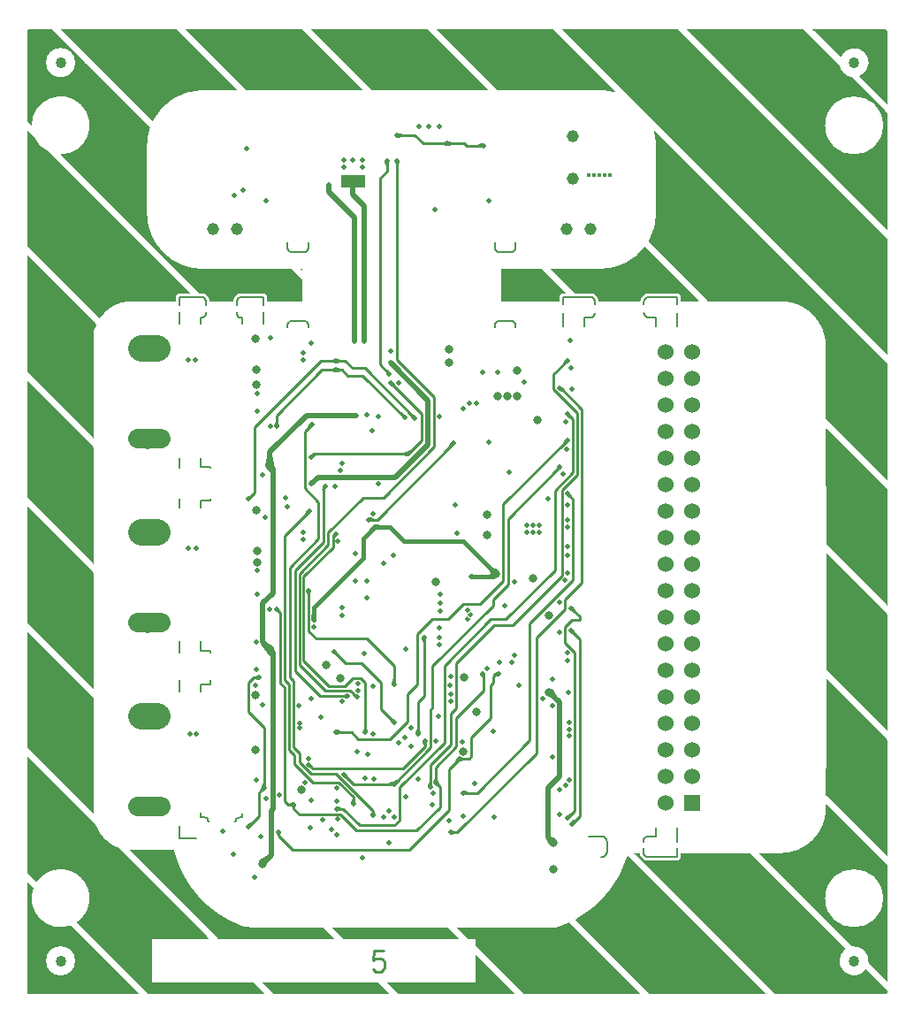
<source format=gbr>
*
%FSLAX26Y26*%
%MOIN*%
%ADD10C,0.101181*%
%ADD11C,0.073181*%
%ADD12R,0.060241X0.060241*%
%ADD13C,0.060241*%
%ADD14C,0.032681*%
%ADD15C,0.046181*%
%ADD16C,0.046131*%
%ADD17C,0.018901*%
%ADD18C,0.009051*%
%ADD19C,0.011181*%
%ADD20C,0.007091*%
%ADD21C,0.020871*%
%ADD22C,0.011021*%
%ADD23C,0.016931*%
%ADD24C,0.061024*%
%ADD25C,0.015748*%
%ADD26C,0.004331*%
%ADD27C,0.015760*%
%ADD28C,0.040591*%
%ADD29C,0.025906*%
%ADD30C,0.006220*%
%IPPOS*%
%LN052s8c64709a.l5*%
%LPD*%
G75*
G36*
X1790302Y1237435D02*
X1790211Y1237656D01*
X1790493Y1238336D01*
X1802020Y1246922D01*
X1802689Y1247090D01*
X1803226Y1246820D01*
X1809249Y1240851D01*
X1809478Y1240308D01*
X1809451Y1231856D01*
X1809175Y1231197D01*
X1808503Y1230920D01*
X1796212Y1231545D01*
X1795709Y1231769D01*
X1790484Y1236994D01*
X1790302Y1237435D01*
G37*
G36*
X1740632Y1236224D02*
X1741070Y1236813D01*
X1748954Y1240133D01*
X1749249Y1240193D01*
X1757700Y1240155D01*
X1758359Y1239879D01*
X1758634Y1239208D01*
X1757502Y1223024D01*
X1757187Y1222396D01*
X1756568Y1222164D01*
X1749162D01*
X1748583Y1222404D01*
X1748394Y1222647D01*
X1740733Y1235517D01*
X1740632Y1236224D01*
G37*
G36*
X1542542Y816377D02*
X1542537Y816477D01*
X1546630Y830288D01*
X1547051Y830805D01*
X1547531Y830928D01*
X1554908D01*
X1555524Y830672D01*
X1555778Y830246D01*
X1559865Y816461D01*
X1559792Y815767D01*
X1559321Y815345D01*
X1551496Y812065D01*
X1550922Y812063D01*
X1543058Y815352D01*
X1542568Y815846D01*
X1542542Y816377D01*
G37*
G36*
X1405817Y1203186D02*
X1405812Y1203287D01*
X1409906Y1217098D01*
X1410326Y1217616D01*
X1410807Y1217738D01*
X1418185D01*
X1418798Y1217484D01*
X1419054Y1217057D01*
X1423140Y1203272D01*
X1423067Y1202581D01*
X1422599Y1202156D01*
X1414772Y1198877D01*
X1414122Y1198873D01*
X1414016Y1198944D01*
X1406335Y1202163D01*
X1405845Y1202656D01*
X1405817Y1203186D01*
G37*
G36*
X1297544Y1023170D02*
X1301638Y1036980D01*
X1302058Y1037498D01*
X1302539Y1037621D01*
X1309916D01*
X1310532Y1037365D01*
X1310786Y1036939D01*
X1314873Y1023154D01*
X1314800Y1022461D01*
X1314330Y1022037D01*
X1306504Y1018758D01*
X1305936Y1018756D01*
X1298067Y1022045D01*
X1297577Y1022538D01*
X1297544Y1023170D01*
G37*
G36*
X1252975Y751996D02*
X1252970Y752095D01*
X1257064Y765903D01*
X1257483Y766421D01*
X1257964Y766544D01*
X1265342D01*
X1265957Y766289D01*
X1266211Y765861D01*
X1270298Y752077D01*
X1270225Y751385D01*
X1269755Y750961D01*
X1261929Y747682D01*
X1261319Y747679D01*
X1253492Y750968D01*
X1253001Y751462D01*
X1252975Y751996D01*
G37*
G36*
X963976Y2176298D02*
X968070Y2190108D01*
X968490Y2190627D01*
X968972Y2190748D01*
X976348D01*
X976962Y2190494D01*
X977218Y2190067D01*
X981304Y2176282D01*
X981231Y2175590D01*
X980763Y2175165D01*
X972936Y2171886D01*
X972368Y2171884D01*
X964498Y2175172D01*
X964009Y2175667D01*
X963976Y2176298D01*
G37*
G36*
X1523006Y983685D02*
X1523476Y984109D01*
X1531302Y987388D01*
X1531892Y987390D01*
X1539739Y984102D01*
X1540230Y983607D01*
X1540261Y982976D01*
X1536167Y969165D01*
X1535748Y968648D01*
X1535267Y968525D01*
X1527888D01*
X1527274Y968781D01*
X1527020Y969208D01*
X1522933Y982992D01*
X1523006Y983685D01*
G37*
G36*
X1418476Y3169701D02*
X1418944Y3170125D01*
X1426772Y3173405D01*
X1427362Y3173407D01*
X1435208Y3170119D01*
X1435700Y3169624D01*
X1435731Y3168993D01*
X1431637Y3155182D01*
X1431217Y3154664D01*
X1430735Y3154543D01*
X1423359D01*
X1422742Y3154799D01*
X1422490Y3155225D01*
X1418403Y3169009D01*
X1418476Y3169701D01*
G37*
G36*
X1379106D02*
X1379574Y3170125D01*
X1387401Y3173405D01*
X1387992Y3173407D01*
X1395839Y3170119D01*
X1396328Y3169624D01*
X1396361Y3168994D01*
X1392267Y3155182D01*
X1391847Y3154664D01*
X1391365Y3154543D01*
X1383989D01*
X1383373Y3154798D01*
X1383119Y3155224D01*
X1379033Y3169009D01*
X1379106Y3169701D01*
G37*
G36*
X1084030Y1550993D02*
X1084498Y1551417D01*
X1092327Y1554697D01*
X1092916Y1554699D01*
X1100763Y1551411D01*
X1101252Y1550916D01*
X1101285Y1550286D01*
X1097191Y1536474D01*
X1096772Y1535957D01*
X1096290Y1535834D01*
X1088912D01*
X1088297Y1536091D01*
X1088043Y1536516D01*
X1083957Y1550301D01*
X1084030Y1550993D01*
G37*
G36*
X1196397Y2419212D02*
X1199685Y2427060D01*
X1200181Y2427550D01*
X1200812Y2427581D01*
X1214621Y2423487D01*
X1215139Y2423067D01*
X1215262Y2422586D01*
X1215261Y2415208D01*
X1215006Y2414594D01*
X1214580Y2414340D01*
X1200795Y2410253D01*
X1200102Y2410326D01*
X1199678Y2410796D01*
X1196399Y2418622D01*
X1196397Y2419212D01*
G37*
G36*
Y2384763D02*
X1199685Y2392611D01*
X1200181Y2393101D01*
X1200811Y2393132D01*
X1214622Y2389038D01*
X1215139Y2388619D01*
X1215262Y2388138D01*
X1215261Y2380759D01*
X1215006Y2380145D01*
X1214580Y2379891D01*
X1200795Y2375804D01*
X1200102Y2375877D01*
X1199678Y2376347D01*
X1196399Y2384173D01*
X1196397Y2384763D01*
G37*
G36*
X1196397Y1019487D02*
X1196397Y1019606D01*
X1199685Y1027453D01*
X1200180Y1027942D01*
X1200811Y1027975D01*
X1214621Y1023881D01*
X1215139Y1023461D01*
X1215262Y1022980D01*
X1215261Y1015602D01*
X1215006Y1014987D01*
X1214580Y1014733D01*
X1200795Y1010647D01*
X1200103Y1010720D01*
X1199679Y1011188D01*
X1196399Y1019015D01*
X1196397Y1019487D01*
G37*
G36*
X1178647Y2422631D02*
X1178903Y2423245D01*
X1179328Y2423499D01*
X1193113Y2427586D01*
X1193806Y2427513D01*
X1194230Y2427043D01*
X1197509Y2419217D01*
X1197511Y2418675D01*
X1197482Y2418556D01*
X1194223Y2410779D01*
X1193728Y2410289D01*
X1193097Y2410258D01*
X1179286Y2414352D01*
X1178769Y2414771D01*
X1178646Y2415252D01*
X1178647Y2422631D01*
G37*
G36*
Y2388181D02*
X1178903Y2388798D01*
X1179329Y2389050D01*
X1193113Y2393137D01*
X1193805Y2393064D01*
X1194229Y2392596D01*
X1197509Y2384767D01*
X1197511Y2384201D01*
X1194223Y2376332D01*
X1193728Y2375840D01*
X1193097Y2375809D01*
X1179286Y2379903D01*
X1178769Y2380322D01*
X1178646Y2380804D01*
X1178647Y2388181D01*
G37*
G36*
X888189Y1228907D02*
X888444Y1229522D01*
X888870Y1229777D01*
X902655Y1233863D01*
X903347Y1233790D01*
X903772Y1233322D01*
X907051Y1225495D01*
X907053Y1224927D01*
X903765Y1217057D01*
X903270Y1216568D01*
X902639Y1216535D01*
X888829Y1220629D01*
X888310Y1221049D01*
X888189Y1221531D01*
Y1228907D01*
G37*
G36*
X1496919Y1016071D02*
X1499985Y1029864D01*
X1500373Y1030420D01*
X1500901Y1030574D01*
X1510365D01*
X1510990Y1030314D01*
X1511254Y1029832D01*
X1514318Y1016045D01*
X1514200Y1015372D01*
X1513757Y1014998D01*
X1505914Y1011712D01*
X1505269Y1011708D01*
X1505162Y1011777D01*
X1497450Y1015008D01*
X1496969Y1015494D01*
X1496919Y1016071D01*
G37*
G36*
X1520063Y1373164D02*
X1520506Y1373538D01*
X1528349Y1376824D01*
X1528940Y1376826D01*
X1536813Y1373527D01*
X1537295Y1373040D01*
X1537343Y1372463D01*
X1534278Y1358670D01*
X1533888Y1358115D01*
X1533361Y1357961D01*
X1523898Y1357962D01*
X1523274Y1358222D01*
X1523009Y1358702D01*
X1519945Y1372489D01*
X1520063Y1373164D01*
G37*
G36*
X1732781Y3234692D02*
X1733042Y3235317D01*
X1733521Y3235581D01*
X1747309Y3238646D01*
X1747982Y3238526D01*
X1748356Y3238084D01*
X1751643Y3230241D01*
X1751645Y3229676D01*
X1748346Y3221777D01*
X1747859Y3221295D01*
X1747282Y3221247D01*
X1733490Y3224312D01*
X1732934Y3224700D01*
X1732781Y3225229D01*
Y3234692D01*
G37*
G36*
X1673754Y790154D02*
X1673754Y790274D01*
X1677054Y798147D01*
X1677539Y798629D01*
X1678116Y798679D01*
X1691911Y795613D01*
X1692465Y795224D01*
X1692619Y794697D01*
Y785235D01*
X1692359Y784608D01*
X1691877Y784344D01*
X1678091Y781280D01*
X1677416Y781399D01*
X1677043Y781843D01*
X1673757Y789685D01*
X1673754Y790154D01*
G37*
G36*
X1627499Y641652D02*
X1630799Y649525D01*
X1631284Y650007D01*
X1631861Y650057D01*
X1645654Y646991D01*
X1646210Y646603D01*
X1646364Y646075D01*
Y636613D01*
X1646104Y635986D01*
X1645622Y635722D01*
X1631836Y632658D01*
X1631162Y632776D01*
X1630787Y633220D01*
X1627502Y641063D01*
X1627499Y641652D01*
G37*
G36*
X1616672Y3237989D02*
X1616672Y3238109D01*
X1619972Y3245982D01*
X1620457Y3246464D01*
X1621035Y3246514D01*
X1634829Y3243448D01*
X1635383Y3243059D01*
X1635537Y3242532D01*
Y3233068D01*
X1635277Y3232443D01*
X1634795Y3232179D01*
X1621008Y3229115D01*
X1620335Y3229233D01*
X1619961Y3229677D01*
X1616675Y3237519D01*
X1616672Y3237989D01*
G37*
G36*
X1598922Y3242565D02*
X1599182Y3243193D01*
X1599665Y3243455D01*
X1613451Y3246520D01*
X1614125Y3246400D01*
X1614498Y3245957D01*
X1617784Y3238115D01*
X1617788Y3237457D01*
X1617714Y3237352D01*
X1614487Y3229652D01*
X1614001Y3229169D01*
X1613424Y3229121D01*
X1599632Y3232186D01*
X1599076Y3232574D01*
X1598922Y3233103D01*
Y3242565D01*
G37*
G36*
X1426232Y3268882D02*
X1426232Y3269001D01*
X1429531Y3276875D01*
X1430017Y3277356D01*
X1430595Y3277405D01*
X1444389Y3274340D01*
X1444942Y3273950D01*
X1445096Y3273423D01*
Y3263961D01*
X1444836Y3263333D01*
X1444353Y3263070D01*
X1430567Y3260006D01*
X1429893Y3260126D01*
X1429520Y3260569D01*
X1426234Y3268411D01*
X1426232Y3268882D01*
G37*
G36*
X1319822Y1820668D02*
X1319822Y1820787D01*
X1323121Y1828660D01*
X1323607Y1829141D01*
X1324184Y1829191D01*
X1337977Y1826125D01*
X1338533Y1825737D01*
X1338687Y1825209D01*
Y1815747D01*
X1338427Y1815120D01*
X1337945Y1814856D01*
X1324158Y1811792D01*
X1323486Y1811910D01*
X1323111Y1812353D01*
X1319824Y1820197D01*
X1319822Y1820668D01*
G37*
G36*
X1221868Y1159889D02*
X1222127Y1160514D01*
X1222609Y1160778D01*
X1236396Y1163842D01*
X1237069Y1163723D01*
X1237443Y1163281D01*
X1240729Y1155438D01*
X1240733Y1154788D01*
X1240662Y1154682D01*
X1237432Y1146974D01*
X1236947Y1146493D01*
X1236370Y1146443D01*
X1222575Y1149509D01*
X1222021Y1149898D01*
X1221868Y1150425D01*
Y1159889D01*
G37*
G36*
X1198365Y731099D02*
X1198365Y731219D01*
X1201665Y739093D01*
X1202150Y739574D01*
X1202727Y739624D01*
X1216522Y736558D01*
X1217076Y736169D01*
X1217230Y735642D01*
Y726180D01*
X1216970Y725553D01*
X1216488Y725289D01*
X1202701Y722225D01*
X1202027Y722344D01*
X1201654Y722788D01*
X1198368Y730630D01*
X1198365Y731099D01*
G37*
G36*
X1180887Y1752941D02*
X1187108Y1768660D01*
X1187607Y1769173D01*
X1188330Y1769181D01*
X1196124Y1765990D01*
X1196527Y1765591D01*
X1199786Y1757707D01*
X1199784Y1757003D01*
X1199329Y1756519D01*
X1189375Y1751631D01*
X1189041Y1751553D01*
X1181767D01*
X1181106Y1751827D01*
X1180809Y1752544D01*
X1180887Y1752941D01*
G37*
G36*
X970885Y637784D02*
X970851Y638023D01*
X971291Y638608D01*
X979147Y641919D01*
X979442Y641979D01*
X987869Y641952D01*
X988527Y641676D01*
X988808Y640994D01*
X986618Y627961D01*
X986406Y627549D01*
X981213Y622356D01*
X980553Y622083D01*
X979855Y622372D01*
X979667Y622616D01*
X970952Y637315D01*
X970885Y637784D01*
G37*
G36*
X1102887Y1444043D02*
X1103827Y1460957D01*
X1104133Y1461593D01*
X1104761Y1461832D01*
X1119865D01*
X1120515Y1461563D01*
X1120791Y1460949D01*
X1121736Y1443925D01*
X1121499Y1443251D01*
X1120840Y1442933D01*
X1103815Y1442934D01*
X1103157Y1443209D01*
X1102880Y1443882D01*
X1102887Y1444043D01*
G37*
G36*
X1705293Y1605325D02*
X1705330Y1613818D01*
X1705608Y1614476D01*
X1706280Y1614751D01*
X1723354Y1613804D01*
X1723990Y1613498D01*
X1724230Y1612870D01*
Y1597768D01*
X1723960Y1597116D01*
X1723345Y1596841D01*
X1706321Y1595896D01*
X1705648Y1596133D01*
X1705337Y1596778D01*
X1705293Y1605325D01*
G37*
G36*
X1327120Y709254D02*
X1331273Y719989D01*
X1331444Y720252D01*
X1336571Y725378D01*
X1337232Y725652D01*
X1337952Y725353D01*
X1338188Y724991D01*
X1344347Y709250D01*
X1344331Y708541D01*
X1343837Y708052D01*
X1336059Y704793D01*
X1335447Y704791D01*
X1327629Y708054D01*
X1327127Y708558D01*
X1327120Y709254D01*
G37*
G36*
X1260468Y1159838D02*
X1260434Y1160038D01*
X1260699Y1160514D01*
X1265922Y1165736D01*
X1266527Y1165988D01*
X1266963Y1165892D01*
X1268754Y1165071D01*
X1268973Y1164917D01*
X1269720Y1164170D01*
X1273726Y1162129D01*
X1275815Y1161798D01*
X1276012Y1161739D01*
X1280130Y1159849D01*
X1280612Y1159329D01*
X1280600Y1158646D01*
X1277391Y1150811D01*
X1277020Y1150436D01*
X1276919Y1150368D01*
X1269079Y1147158D01*
X1268392Y1147162D01*
X1267947Y1147542D01*
X1260547Y1159370D01*
X1260468Y1159838D01*
G37*
G36*
X1184385Y1316346D02*
X1187603Y1324205D01*
X1188018Y1324624D01*
X1195881Y1327843D01*
X1196581Y1327841D01*
X1197061Y1327395D01*
X1203578Y1314492D01*
X1203627Y1313831D01*
X1203329Y1313380D01*
X1198165Y1308216D01*
X1197546Y1307959D01*
X1197046Y1308093D01*
X1184767Y1315187D01*
X1184347Y1315735D01*
X1184385Y1316346D01*
G37*
G36*
X1142451Y1933898D02*
X1147737Y1950453D01*
X1148200Y1950998D01*
X1148920Y1951058D01*
X1156790Y1947845D01*
X1157042Y1947678D01*
X1162999Y1941683D01*
X1163270Y1941022D01*
X1162987Y1940345D01*
X1153244Y1932730D01*
X1152775Y1932569D01*
X1143347D01*
X1142688Y1932843D01*
X1142396Y1933549D01*
X1142451Y1933898D01*
G37*
G36*
X2052316Y2410876D02*
X2059173Y2423513D01*
X2059714Y2423950D01*
X2060345Y2423919D01*
X2068090Y2420748D01*
G02X2068672Y2420156I-256J-834D01*
G01X2071841Y2412414D01*
X2071839Y2411718D01*
X2071414Y2411248D01*
X2058754Y2404378D01*
X2058092Y2404310D01*
X2057665Y2404562D01*
X2052448Y2409780D01*
X2052193Y2410396D01*
X2052316Y2410876D01*
G37*
G36*
Y2110876D02*
X2059173Y2123513D01*
X2059714Y2123950D01*
X2060345Y2123919D01*
X2068090Y2120748D01*
G02X2068672Y2120156I-256J-834D01*
G01X2071841Y2112414D01*
X2071839Y2111718D01*
X2071414Y2111248D01*
X2058754Y2104378D01*
X2058092Y2104310D01*
X2057665Y2104562D01*
X2052448Y2109780D01*
X2052193Y2110396D01*
X2052316Y2110876D01*
G37*
G36*
X1088450Y2169538D02*
X1095307Y2182174D01*
X1095849Y2182613D01*
X1096480Y2182580D01*
X1104332Y2179365D01*
X1104733Y2178968D01*
X1107975Y2171075D01*
X1107973Y2170380D01*
X1107548Y2169910D01*
X1094888Y2163040D01*
X1094226Y2162970D01*
X1093799Y2163224D01*
X1088583Y2168440D01*
X1088327Y2169056D01*
X1088450Y2169538D01*
G37*
G36*
X1079061Y1841782D02*
X1085918Y1854418D01*
X1086459Y1854857D01*
X1087092Y1854823D01*
X1094944Y1851609D01*
X1095395Y1851162D01*
X1095426Y1851039D01*
X1098587Y1843318D01*
X1098583Y1842623D01*
X1098159Y1842154D01*
X1085500Y1835284D01*
X1084837Y1835214D01*
X1084409Y1835468D01*
X1079193Y1840684D01*
X1078938Y1841300D01*
X1079061Y1841782D01*
G37*
G36*
X863304Y671768D02*
X863729Y672238D01*
X876389Y679108D01*
X877051Y679178D01*
X877478Y678924D01*
X882694Y673707D01*
X882950Y673092D01*
X882827Y672610D01*
X875970Y659974D01*
X875430Y659536D01*
X874798Y659567D01*
X866945Y662783D01*
X866544Y663180D01*
X863302Y671073D01*
X863304Y671768D01*
G37*
G36*
X861731Y1906809D02*
X862154Y1907277D01*
X874814Y1914147D01*
X875476Y1914217D01*
X875903Y1913963D01*
X881121Y1908746D01*
X881374Y1908131D01*
X881254Y1907650D01*
X874395Y1895013D01*
X873854Y1894574D01*
X873222Y1894607D01*
X865369Y1897822D01*
X864995Y1898195D01*
X864927Y1898295D01*
X861727Y1906112D01*
X861731Y1906809D01*
G37*
G36*
X1089369Y889440D02*
X1092585Y897293D01*
X1093001Y897713D01*
X1100875Y900936D01*
X1101570Y900934D01*
X1102040Y900509D01*
X1108910Y887849D01*
X1108980Y887187D01*
X1108726Y886760D01*
X1103509Y881544D01*
X1102894Y881288D01*
X1102412Y881411D01*
X1089776Y888268D01*
X1089338Y888809D01*
X1089369Y889440D01*
G37*
G36*
X1476439Y2213743D02*
X1476691Y2214170D01*
X1481909Y2219388D01*
X1482524Y2219641D01*
X1483004Y2219521D01*
X1495643Y2212662D01*
X1496079Y2212121D01*
X1496048Y2211490D01*
X1492832Y2203637D01*
X1492464Y2203266D01*
X1492363Y2203195D01*
X1484543Y2199994D01*
X1483847Y2199998D01*
X1483377Y2200420D01*
X1476507Y2213082D01*
X1476439Y2213743D01*
G37*
G36*
X1441025Y2214085D02*
X1441006Y2214279D01*
X1441258Y2214704D01*
X1446475Y2219921D01*
X1447092Y2220177D01*
X1447572Y2220054D01*
X1460208Y2213196D01*
X1460646Y2212655D01*
X1460615Y2212024D01*
X1457399Y2204171D01*
X1456969Y2203737D01*
X1449110Y2200528D01*
X1448413Y2200532D01*
X1447944Y2200956D01*
X1441074Y2213616D01*
X1441025Y2214085D01*
G37*
G36*
X1398683Y1066642D02*
X1398937Y1067067D01*
X1404152Y1072284D01*
X1404769Y1072539D01*
X1405249Y1072416D01*
X1417886Y1065559D01*
X1418323Y1065018D01*
X1418292Y1064386D01*
X1415076Y1056533D01*
X1414646Y1056099D01*
X1406787Y1052890D01*
X1406090Y1052894D01*
X1405622Y1053318D01*
X1398751Y1065978D01*
X1398683Y1066642D01*
G37*
G36*
X1380965Y2380399D02*
X1381219Y2380826D01*
X1386436Y2386042D01*
X1387050Y2386297D01*
X1387532Y2386177D01*
X1400169Y2379318D01*
X1400608Y2378776D01*
X1400575Y2378145D01*
X1397360Y2370293D01*
X1396963Y2369892D01*
X1389070Y2366650D01*
X1388375Y2366652D01*
X1387905Y2367077D01*
X1381035Y2379737D01*
X1380965Y2380399D01*
G37*
G36*
X967751Y1476131D02*
X970965Y1483983D01*
X971380Y1484402D01*
X979255Y1487626D01*
X979951Y1487622D01*
X980420Y1487198D01*
X987292Y1474538D01*
X987360Y1473874D01*
X987105Y1473449D01*
X981890Y1468232D01*
X981274Y1467977D01*
X980792Y1468100D01*
X968156Y1474958D01*
X967717Y1475498D01*
X967751Y1476131D01*
G37*
G36*
X2079050Y1479518D02*
X2082271Y1487386D01*
X2082686Y1487805D01*
X2090585Y1491039D01*
X2091269Y1491035D01*
X2091715Y1490659D01*
X2099249Y1478683D01*
X2099362Y1478014D01*
X2099097Y1477538D01*
X2092516Y1470957D01*
X2091891Y1470697D01*
X2091367Y1470849D01*
X2079399Y1478377D01*
X2079002Y1478936D01*
X2079050Y1479518D01*
G37*
G36*
X2024101Y2009619D02*
X2031631Y2021588D01*
X2032190Y2021984D01*
X2032772Y2021936D01*
X2040639Y2018715D01*
X2041040Y2018318D01*
X2044292Y2010401D01*
X2044290Y2009716D01*
X2043911Y2009270D01*
X2031936Y2001738D01*
X2031269Y2001624D01*
X2030791Y2001889D01*
X2024209Y2008471D01*
X2023952Y2009096D01*
X2024101Y2009619D01*
G37*
G36*
X2081602Y680837D02*
X2081974Y681281D01*
X2093897Y688868D01*
X2094563Y688983D01*
X2095044Y688720D01*
X2101736Y682029D01*
X2101995Y681402D01*
X2101842Y680875D01*
X2094259Y668959D01*
X2093698Y668568D01*
X2093121Y668616D01*
X2085252Y671838D01*
X2084854Y672233D01*
X2081598Y680154D01*
X2081602Y680837D01*
G37*
G36*
X2079444Y1394282D02*
X2082665Y1402150D01*
X2083080Y1402569D01*
X2090981Y1405803D01*
X2091665Y1405801D01*
X2092108Y1405426D01*
X2099693Y1393506D01*
X2099811Y1392839D01*
X2099546Y1392357D01*
X2092856Y1385666D01*
X2092229Y1385407D01*
X2091702Y1385561D01*
X2079787Y1393143D01*
X2079393Y1393704D01*
X2079444Y1394282D01*
G37*
G36*
X2064192Y2212413D02*
X2067414Y2220282D01*
X2067830Y2220701D01*
X2075730Y2223936D01*
X2076414Y2223932D01*
X2076858Y2223558D01*
X2084443Y2211638D01*
X2084561Y2210971D01*
X2084296Y2210489D01*
X2077605Y2203798D01*
X2076978Y2203539D01*
X2076451Y2203693D01*
X2064535Y2211275D01*
X2064144Y2211836D01*
X2064192Y2212413D01*
G37*
G36*
Y1912413D02*
X2067414Y1920282D01*
X2067830Y1920701D01*
X2075730Y1923936D01*
X2076414Y1923932D01*
X2076858Y1923558D01*
X2084443Y1911638D01*
X2084561Y1910971D01*
X2084296Y1910489D01*
X2077605Y1903798D01*
X2076978Y1903539D01*
X2076451Y1903693D01*
X2064535Y1911275D01*
X2064144Y1911836D01*
X2064192Y1912413D01*
G37*
G36*
X2064186Y703301D02*
X2064559Y703744D01*
X2076479Y711329D01*
X2077148Y711446D01*
X2077628Y711182D01*
X2084320Y704492D01*
X2084579Y703865D01*
X2084425Y703338D01*
X2076843Y691423D01*
X2076282Y691029D01*
X2075703Y691080D01*
X2067836Y694301D01*
X2067383Y694749D01*
X2067353Y694872D01*
X2064182Y702616D01*
X2064186Y703301D01*
G37*
G36*
X1623013Y2100446D02*
X1630595Y2112363D01*
X1631157Y2112755D01*
X1631734Y2112705D01*
X1639602Y2109483D01*
X1639973Y2109115D01*
X1640044Y2109015D01*
X1643256Y2101168D01*
X1643252Y2100483D01*
X1642879Y2100040D01*
X1630959Y2092455D01*
X1630290Y2092338D01*
X1629810Y2092602D01*
X1623118Y2099293D01*
X1622859Y2099919D01*
X1623013Y2100446D01*
G37*
G36*
X1398838Y2328556D02*
X1402060Y2336424D01*
X1402475Y2336843D01*
X1410375Y2340077D01*
X1411060Y2340075D01*
X1411503Y2339700D01*
X1419088Y2327780D01*
X1419206Y2327113D01*
X1418941Y2326631D01*
X1412251Y2319940D01*
X1411624Y2319681D01*
X1411097Y2319834D01*
X1399182Y2327417D01*
X1398788Y2327978D01*
X1398838Y2328556D01*
G37*
G36*
X1222658Y851194D02*
X1225879Y859061D01*
X1226294Y859480D01*
X1234195Y862715D01*
X1234879Y862711D01*
X1235322Y862338D01*
X1242907Y850418D01*
X1243025Y849749D01*
X1242760Y849269D01*
X1236069Y842577D01*
X1235442Y842319D01*
X1234916Y842472D01*
X1223001Y850054D01*
X1222607Y850615D01*
X1222658Y851194D01*
G37*
G36*
X1097969Y2063144D02*
X1098344Y2063587D01*
X1110264Y2071172D01*
X1110931Y2071290D01*
X1111413Y2071025D01*
X1118104Y2064333D01*
X1118363Y2063707D01*
X1118209Y2063180D01*
X1110627Y2051265D01*
X1110066Y2050873D01*
X1109489Y2050921D01*
X1101728Y2054098D01*
G02X1101150Y2054683I269J844D01*
G01X1097967Y2062459D01*
X1097969Y2063144D01*
G37*
G36*
X2036244Y2307180D02*
X2039471Y2315081D01*
X2039639Y2315332D01*
X2045665Y2321305D01*
X2046325Y2321575D01*
X2046980Y2321303D01*
X2058333Y2310005D01*
X2058608Y2309346D01*
X2058336Y2308684D01*
X2051620Y2301968D01*
X2051034Y2301725D01*
X2050695Y2301775D01*
X2036865Y2305999D01*
X2036315Y2306454D01*
X2036244Y2307180D01*
G37*
G36*
X1019094Y749774D02*
X1019349Y750389D01*
X1019777Y750643D01*
X1033561Y754729D01*
X1034252Y754656D01*
X1034677Y754188D01*
X1037891Y746515D01*
X1045526Y743337D01*
X1046021Y742839D01*
X1046044Y742181D01*
X1042568Y731731D01*
X1042336Y731385D01*
X1037238Y726288D01*
X1036577Y726014D01*
X1035864Y726310D01*
X1035638Y726639D01*
X1030497Y738305D01*
X1019734Y741495D01*
X1019217Y741914D01*
X1019094Y742396D01*
Y749774D01*
G37*
G36*
X909102Y799437D02*
X915959Y812073D01*
X916162Y812237D01*
X916150Y812529D01*
X920433Y826303D01*
X920858Y826813D01*
X921330Y826930D01*
X928707D01*
X929323Y826674D01*
X929579Y826238D01*
X933476Y812492D01*
X933396Y811803D01*
X932931Y811388D01*
X925619Y808324D01*
X928628Y800974D01*
X928624Y800278D01*
X928200Y799809D01*
X915541Y792939D01*
X914878Y792869D01*
X914451Y793123D01*
X909234Y798340D01*
X908979Y798957D01*
X909102Y799437D01*
G37*
G36*
X1645473Y909349D02*
X1652332Y921986D01*
X1652874Y922425D01*
X1653505Y922392D01*
X1660837Y919390D01*
X1663907Y926713D01*
X1664400Y927203D01*
X1665033Y927236D01*
X1678843Y923142D01*
X1679360Y922721D01*
X1679483Y922241D01*
Y914864D01*
X1679227Y914248D01*
X1678801Y913994D01*
X1665016Y909907D01*
X1664764Y909934D01*
X1664572Y909722D01*
X1651913Y902852D01*
X1651249Y902782D01*
X1650823Y903037D01*
X1645606Y908253D01*
X1645353Y908868D01*
X1645473Y909349D01*
G37*
G36*
X1563450Y833209D02*
X1567544Y847019D01*
X1567964Y847537D01*
X1568445Y847660D01*
X1575823D01*
X1576436Y847405D01*
X1576692Y846978D01*
X1580778Y833193D01*
X1580751Y832942D01*
X1580964Y832749D01*
X1587834Y820089D01*
X1587904Y819426D01*
X1587649Y819000D01*
X1582433Y813784D01*
X1581818Y813528D01*
X1581336Y813651D01*
X1568700Y820509D01*
X1568262Y821050D01*
X1568293Y821681D01*
X1571296Y829015D01*
X1563973Y832084D01*
X1563483Y832577D01*
X1563450Y833209D01*
G37*
G36*
X1449316Y2073273D02*
X1449576Y2073900D01*
X1450058Y2074164D01*
X1463845Y2077228D01*
X1464022Y2077197D01*
X1464164Y2077366D01*
X1476086Y2084951D01*
X1476753Y2085069D01*
X1477234Y2084805D01*
X1483925Y2078114D01*
X1484185Y2077487D01*
X1484031Y2076960D01*
X1476449Y2065045D01*
X1475888Y2064651D01*
X1475310Y2064701D01*
X1467961Y2067710D01*
X1464881Y2060360D01*
X1464396Y2059879D01*
X1463818Y2059829D01*
X1450024Y2062895D01*
X1449470Y2063283D01*
X1449316Y2063811D01*
Y2073273D01*
G37*
G36*
X1396166Y828196D02*
X1396426Y828821D01*
X1396908Y829085D01*
X1410695Y832149D01*
X1410872Y832118D01*
X1411016Y832288D01*
X1422936Y839873D01*
X1423603Y839990D01*
X1424085Y839726D01*
X1430777Y833034D01*
X1431035Y832407D01*
X1430881Y831881D01*
X1423299Y819966D01*
X1422738Y819574D01*
X1422161Y819622D01*
X1414811Y822631D01*
X1411732Y815281D01*
X1411245Y814799D01*
X1410668Y814751D01*
X1396876Y817816D01*
X1396320Y818204D01*
X1396166Y818733D01*
Y828196D01*
G37*
G36*
X1323282Y1786510D02*
X1323321Y1786613D01*
X1334691Y1799320D01*
X1335335Y1799628D01*
X1336026Y1799387D01*
X1341016Y1794440D01*
X1341047Y1801430D01*
X1341325Y1802088D01*
X1341984Y1802357D01*
X1359072Y1801416D01*
X1359705Y1801110D01*
X1359947Y1800483D01*
Y1785379D01*
X1359675Y1784727D01*
X1359061Y1784453D01*
X1345465Y1783698D01*
X1335311Y1774613D01*
X1334645Y1774379D01*
X1334031Y1774653D01*
X1323352Y1785333D01*
X1323081Y1785983D01*
X1323282Y1786510D01*
G37*
G36*
X1984188Y626199D02*
X1984685Y626815D01*
X1985168Y626940D01*
X2004111D01*
X2004453Y626857D01*
X2020883Y618584D01*
X2021340Y618052D01*
X2021318Y617395D01*
X2015441Y603171D01*
X2015024Y602755D01*
X2000816Y596908D01*
X2000120Y596910D01*
X1999650Y597332D01*
X1984263Y625488D01*
X1984188Y626199D01*
G37*
G36*
X1771024Y1632439D02*
X1770996Y1632636D01*
X1771256Y1633086D01*
X1782028Y1643859D01*
X1782649Y1644114D01*
X1783151Y1643978D01*
X1805397Y1630971D01*
X1805814Y1630420D01*
X1805773Y1629812D01*
X1799946Y1615652D01*
X1799907Y1600321D01*
X1799638Y1599677D01*
X1799058Y1599405D01*
X1772414Y1596897D01*
X1771731Y1597108D01*
X1771387Y1597759D01*
X1771382Y1613100D01*
X1771612Y1613659D01*
X1778422Y1619425D01*
X1771088Y1631970D01*
X1771024Y1632439D01*
G37*
G36*
X1988474Y1160135D02*
X2010230Y1181924D01*
X2010892Y1182195D01*
X2011579Y1181909D01*
X2029389Y1155917D01*
X2029528Y1155249D01*
X2029262Y1154742D01*
X2015737Y1141216D01*
X2015106Y1140955D01*
X2014556Y1141124D01*
X1988710Y1158808D01*
X1988321Y1159408D01*
X1988474Y1160135D01*
G37*
G36*
X906138Y535267D02*
X906195Y535403D01*
X932187Y553213D01*
X932856Y553353D01*
X933363Y553084D01*
X946887Y539560D01*
X947150Y538929D01*
X946978Y538379D01*
X929295Y512534D01*
X928697Y512145D01*
X927967Y512297D01*
X906179Y534054D01*
X905908Y534715D01*
X906138Y535267D01*
G37*
G36*
X930731Y2023872D02*
X936490Y2054591D01*
X936865Y2055163D01*
X937413Y2055331D01*
X956539D01*
X957171Y2055072D01*
X957439Y2054562D01*
X963080Y2024479D01*
X968618Y1996992D01*
X968480Y1996291D01*
X967861Y1995875D01*
X948546Y1995848D01*
X947986Y1996080D01*
X935551Y2011509D01*
X935356Y2012179D01*
X935629Y2012748D01*
X945465Y2022619D01*
X931648Y2022654D01*
X930989Y2022930D01*
X930706Y2023616D01*
X930731Y2023872D01*
G37*
G36*
X917254Y1346666D02*
X917520Y1347173D01*
X931045Y1360698D01*
X931677Y1360960D01*
X932225Y1360791D01*
X958072Y1343107D01*
X958461Y1342507D01*
X958308Y1341780D01*
X949609Y1333005D01*
X960882Y1337644D01*
X961596Y1337642D01*
X962121Y1337115D01*
X968794Y1305065D01*
X968660Y1304363D01*
X968045Y1303944D01*
X967772Y1303915D01*
X948723D01*
X948162Y1304148D01*
X935560Y1319496D01*
X935434Y1319910D01*
X935203Y1320006D01*
X917393Y1345998D01*
X917254Y1346666D01*
G37*
G36*
X1215065Y3119097D02*
X1304828Y3119096D01*
Y3072639D01*
X1215064Y3072640D01*
X1215065Y3119097D01*
G37*
G54D10*
X463253Y1771864D02*
X523253D01*
G54D11*
X449253Y1431612D02*
X537253D01*
G54D10*
X462583Y2464630D02*
X522583D01*
G54D11*
X448583Y2124378D02*
X536583D01*
G54D12*
X2540064Y753663D03*
G54D13*
X2440064D03*
X2540064Y853663D03*
X2440064D03*
X2540064Y953663D03*
X2440064D03*
X2540064Y1053663D03*
X2440064D03*
X2540064Y1153663D03*
X2440064D03*
X2540064Y1253663D03*
X2440064D03*
X2540064Y1353663D03*
X2440064D03*
X2540064Y1453663D03*
X2440064D03*
X2540064Y1553663D03*
X2440064D03*
X2540064Y1653663D03*
X2440064D03*
X2540064Y1753663D03*
X2440064D03*
X2540064Y1853663D03*
X2440064D03*
X2540064Y1953663D03*
X2440064D03*
X2540064Y2053663D03*
X2440064D03*
X2540064Y2153663D03*
X2440064D03*
X2540064Y2253663D03*
X2440064D03*
X2540064Y2353663D03*
X2440064D03*
X2540064Y2453663D03*
X2440064D03*
G54D10*
X463253Y1079864D02*
X523253D01*
G54D11*
X449253Y739612D02*
X537253D01*
G54D14*
X1623438Y2412027D03*
Y2462027D03*
G54D15*
X2155513Y2914563D03*
X2065356D03*
X821261D03*
G54D16*
X731204Y2914469D03*
G54D15*
X2088190Y3107477D03*
X2087993Y3264957D03*
G54D17*
X1848529Y2000612D03*
X1581797Y1079352D03*
X1180222Y651203D03*
X1764867Y1257673D03*
X2068017Y1620101D03*
X1335734Y1014234D03*
X1644789Y1876597D03*
X2064080Y2087010D03*
X1639421Y2108880D03*
X1320379Y1820494D03*
X1884946Y1194510D03*
X2068017Y2420101D03*
X1551198Y812620D03*
X1411521Y1684667D03*
X1375104Y698447D03*
X1094762Y1851006D03*
X1261631Y748236D03*
X1560253Y745480D03*
X2068017Y1320101D03*
X1674316Y701404D03*
G54D14*
X1570970Y1587227D03*
G54D17*
X1102353Y763942D03*
X1138883Y1075415D03*
X1093188Y897112D03*
X1531600Y986833D03*
X1587702Y1538998D03*
X2012111Y1220101D03*
X971568Y1483801D03*
X1725497Y2259471D03*
X1037402Y746063D03*
X1456797Y2204352D03*
X1572112Y829352D03*
X1749214Y1239563D03*
X2068017Y1685435D03*
X812009Y3043500D03*
X1196954Y2384471D03*
X972638Y2172441D03*
X979434Y641360D03*
X1196954Y2418919D03*
X2068017Y1791734D03*
X1661176Y918574D03*
X844489Y3061217D03*
X1697938Y2259471D03*
X924803Y808661D03*
X865551Y1898425D03*
X906496Y1225197D03*
X867126Y663386D03*
X1808860Y1240351D03*
X1492230Y2203818D03*
X2075891Y1029923D03*
X1217623Y1458289D03*
X888883Y472463D03*
X859356Y3218899D03*
X899016Y2295669D03*
X1266344Y2493132D03*
X899016Y1628346D03*
X1433174Y2336242D03*
X1623135Y684667D03*
X1749119Y2377581D03*
X1790458Y1022660D03*
X1587008Y1376269D03*
X1098819Y659449D03*
X1278167Y1175795D03*
X1101397Y1145213D03*
X892126Y1194291D03*
X894685Y1357812D03*
X1652663Y1768329D03*
X1677269Y2237817D03*
G54D14*
X1940064Y1599038D03*
G54D17*
X1169111Y3082305D03*
X1219592Y1134864D03*
X1006993Y1901203D03*
X2040064Y708683D03*
X1113293Y1414982D03*
X933465Y770472D03*
X919095Y1990551D03*
X1793411Y700415D03*
X1101397Y2485849D03*
X1331441Y2155140D03*
X2012111Y1120101D03*
X1587336Y1350022D03*
X1414474Y823447D03*
X1226482Y858880D03*
X2040458Y2018112D03*
X2010930Y927561D03*
X1313096Y1526203D03*
X1433174Y978959D03*
X2068017Y1820101D03*
X1306206Y1019313D03*
X1195970Y1765376D03*
X1335734Y705337D03*
X1104151Y2178762D03*
X2068017Y2120101D03*
X1196954Y1019313D03*
X1674311Y789982D03*
X2068017Y1920101D03*
Y2220101D03*
X1198923Y730927D03*
X1457781Y776597D03*
X1156600Y1947246D03*
X1240174Y1155140D03*
X2069986Y1287797D03*
X1547353Y3301787D03*
X1671412Y981960D03*
X2073923Y1169687D03*
X1479434Y967148D03*
X1414474Y1199431D03*
X1092623Y1554142D03*
X1480419Y1035455D03*
X1276789Y1150992D03*
X1427069Y3172850D03*
X1455616Y998677D03*
X1188206Y1324024D03*
X1414474Y1056715D03*
X1144789Y690573D03*
X1277576Y1201189D03*
X933072Y3021256D03*
X1198923Y809667D03*
X2040058Y2314861D03*
X1628056Y641360D03*
X1387699Y3172850D03*
X1396757Y2370474D03*
X1628056Y1163998D03*
X1335734Y1844116D03*
X1628056Y1135455D03*
X898726Y2229724D03*
X948819Y2173031D03*
X898726Y1537992D03*
X944685Y1483268D03*
X1217623Y1490770D03*
X1079921Y829515D03*
X895713Y839114D03*
X983858Y781496D03*
X1705923Y1605323D03*
X1112308Y1443526D03*
G54D14*
X1799316Y1615770D03*
G54D17*
X1628056Y1228959D03*
X1341639Y1792935D03*
X1587702Y1507502D03*
X1217623Y2033093D03*
X1057252Y1120629D03*
X1458765Y1332305D03*
X810143Y559077D03*
X1203844Y1739789D03*
X1587702Y1476006D03*
X1586718Y2208880D03*
X1012899Y1870691D03*
X1211718Y2005534D03*
X1585734Y1413014D03*
X1269786Y1693529D03*
X896757Y1256434D03*
X2075891Y1004332D03*
X1505025Y844116D03*
X1507983Y3301789D03*
X1339584Y843211D03*
X2068017Y694904D03*
X2082874Y1487205D03*
X2040371Y802370D03*
X1394786Y721085D03*
X2037598Y1397244D03*
X1562111Y789982D03*
X1573923Y986833D03*
X2075891Y1055514D03*
X2062111Y2189372D03*
X1101802Y2054746D03*
X1402663Y2336242D03*
X1467623Y2068526D03*
G54D14*
X1677269Y947463D03*
X1726482Y1097069D03*
X1956797Y2197463D03*
X1879041Y2383486D03*
G54D17*
X1804237Y2377581D03*
X1906600Y2340179D03*
X767820Y645087D03*
X1060570Y1054216D03*
X1060433Y1036614D03*
X668307Y1012795D03*
X644882Y1012598D03*
X911221Y626181D03*
G54D14*
X917426Y523644D03*
X2014867Y503959D03*
G54D17*
X1275142Y944760D03*
G54D14*
X946962Y1331238D03*
G54D17*
X1273726Y2213211D03*
X2069308Y1875008D03*
X1626182Y1194288D03*
X1268804Y1590179D03*
G54D14*
X946962Y2023245D03*
G54D17*
X1072943Y1745472D03*
X667520Y1712598D03*
X1073927Y1772441D03*
X637795Y1712598D03*
X640158Y2423228D03*
X1071954Y2423031D03*
X665748Y2423228D03*
X1071560Y2448691D03*
G54D14*
X1766836Y1761439D03*
X1765852Y1838211D03*
G54D17*
X1201395Y691543D03*
X1316293Y937205D03*
X1302269Y1317541D03*
X1311127Y1590179D03*
X1312160Y2216212D03*
X1194001Y1947246D03*
X1414107Y698447D03*
X2075891Y838978D03*
X2083268Y1401968D03*
X1586718Y3301793D03*
X2085433Y672441D03*
X1374119Y1655140D03*
X1304455Y846997D03*
X1975005Y1146774D03*
X2058174Y1590947D03*
X2078937Y2495472D03*
G54D14*
X1804237Y2285061D03*
G54D17*
X1259590Y3082305D03*
G54D14*
X1677757Y1226374D03*
G54D17*
X920379Y1122332D03*
G54D14*
X894488Y2385039D03*
G54D17*
X1914552Y1771313D03*
X1301285Y2492148D03*
G54D14*
X898726Y1702165D03*
G54D17*
X1962780Y1771313D03*
X1914474Y1797730D03*
X2062119Y819458D03*
X1939080Y1797730D03*
X1224157Y3082305D03*
X1962702Y1797730D03*
X1939158Y1771313D03*
G54D14*
X1841639Y2285061D03*
G54D17*
X948032Y2505905D03*
G54D14*
X1211237Y1223630D03*
G54D17*
X1224157Y3109864D03*
G54D14*
X1879041Y2285061D03*
G54D17*
X2040064Y1509274D03*
X1295023Y3082305D03*
G54D14*
X1066339Y801968D03*
G54D17*
X1295023Y3109864D03*
X927953Y1830905D03*
X1295023Y3176793D03*
X1224157D03*
X1295023Y3149234D03*
X1259590Y3176793D03*
X1224157Y3149234D03*
G54D14*
X894488Y2329921D03*
G54D17*
X1401678Y2411045D03*
X1103817Y1954943D03*
X1401678Y2455337D03*
X1355812Y1954746D03*
Y2209057D03*
G54D14*
X898726Y1658857D03*
G54D17*
X1569001Y2988211D03*
X1773726Y3021675D03*
X1617230Y3237817D03*
X1426789Y3268709D03*
X1751088Y3229943D03*
X1772281Y2111833D03*
X2085236Y2312401D03*
X1528647Y1376269D03*
X1505616Y1012266D03*
X1870293Y1307882D03*
X1833285Y1495284D03*
X1868293Y1585258D03*
X1691285Y1479943D03*
Y1446478D03*
X1703096Y1463211D03*
G54D14*
X893307Y952362D03*
X892717Y1159842D03*
X891142Y2501968D03*
X896654Y1855709D03*
G54D17*
X1860340Y1283093D03*
X1811127D03*
X2068017Y1720101D03*
X1198923Y760459D03*
X1197938Y634254D03*
G54D14*
X1999820Y1170677D03*
X2014867Y603368D03*
G54D17*
X2081693Y2390945D03*
X1294395Y547266D03*
G54D14*
X1157694Y1271858D03*
G54D17*
X2052269Y1992521D03*
G54D14*
X1998009Y1458289D03*
G54D17*
X1997151Y1900002D03*
X1719592Y825415D03*
X1335734Y1192541D03*
X1394786Y601006D03*
X1091552Y920677D03*
G54D18*
X1376401Y196077D02*
X1338906D01*
X1335156Y158582D01*
X1338906Y162332D01*
X1346405Y166081D01*
X1365152D01*
X1372651Y162332D01*
X1376401Y158582D01*
X1380150Y151083D01*
Y132335D01*
X1376401Y124836D01*
X1372651Y121087D01*
X1365152Y117337D01*
X1346405D01*
X1338906Y121087D01*
X1335156Y124836D01*
G54D19*
X1320379Y1820494D02*
X1351035D01*
X1639421Y2108880D01*
G54D18*
X1649411Y1109938D02*
Y1280902D01*
X2105419Y2223053D02*
X2015748Y2312724D01*
X2048332Y1610061D02*
Y1931498D01*
X2015748Y2312724D02*
Y2367832D01*
X1649411Y1280902D02*
X1791930Y1423421D01*
X1861692D02*
X2048332Y1610061D01*
X2015748Y2367832D02*
X2068017Y2420101D01*
X1628347Y1088873D02*
X1649411Y1109938D01*
X2105419Y1988584D02*
Y2223053D01*
X1551198Y812620D02*
Y894620D01*
X2048332Y1931498D02*
X2105419Y1988584D01*
X1628347Y971769D02*
Y1088873D01*
X1791930Y1423421D02*
X1861692D01*
X1551198Y894620D02*
X1628347Y971769D01*
X1206954Y829195D02*
X1108994D01*
X1261631Y774518D02*
X1206954Y829195D01*
X1003543Y1215551D02*
Y1759787D01*
X1094762Y1851006D01*
X1019291Y951378D02*
Y1199803D01*
X1261631Y748236D02*
Y774518D01*
X1038189Y932480D02*
X1019291Y951378D01*
X1108994Y829195D02*
X1038189Y900000D01*
X1019291Y1199803D02*
X1003543Y1215551D01*
X1038189Y900000D02*
Y932480D01*
X1447545Y882502D02*
X1531600Y966557D01*
Y986833D01*
X1107798Y882502D02*
X1447545D01*
X1093188Y897112D02*
X1107798Y882502D01*
X1572112Y887461D02*
X1650214Y965563D01*
X1037402Y746063D02*
Y730905D01*
X1143132Y2384471D02*
X1196954D01*
X1500613Y649628D02*
X1587992Y737008D01*
X1037402Y730905D02*
X1058049Y710258D01*
X1211718D02*
X1272348Y649628D01*
X1002559Y758071D02*
Y1186220D01*
X1196954Y2384471D02*
X1218608D01*
X1650214Y965563D02*
Y1074028D01*
X1749214Y1239563D02*
X1748820D01*
X972638Y2172441D02*
Y2213976D01*
X1587992Y813472D02*
X1572112Y829352D01*
X1297348Y2363801D02*
X1456797Y2204352D01*
X984449Y1204331D02*
Y1470921D01*
X1753348Y1235429D02*
X1749214Y1239563D01*
X1752954Y1235036D02*
X1753348Y1235429D01*
X972638Y2213976D02*
X1143132Y2384471D01*
X1650214Y1074028D02*
X1752954Y1176768D01*
X1014567Y746063D02*
X1002559Y758071D01*
X1272348Y649628D02*
X1500613D01*
X1037402Y746063D02*
X1014567D01*
X984449Y1470921D02*
X971568Y1483801D01*
X1752954Y1176768D02*
Y1235036D01*
X1572112Y829352D02*
Y887461D01*
X1239277Y2363801D02*
X1297348D01*
X1587992Y737008D02*
Y813472D01*
X1218608Y2384471D02*
X1239277Y2363801D01*
X1058049Y710258D02*
X1211718D01*
X1002559Y1186220D02*
X984449Y1204331D01*
X865551Y1898425D02*
X889567Y1922441D01*
X925000Y808858D02*
X924803Y808661D01*
X1196954Y2418919D02*
X1230419D01*
X884449Y1225197D02*
X866339Y1207087D01*
X1707285Y1000784D02*
X1777560Y1071059D01*
X889567Y2169488D02*
X1138998Y2418919D01*
X979434Y629030D02*
Y641360D01*
X1230419Y2418919D02*
X1257978Y2391360D01*
X1304687D01*
X1777560Y1195469D02*
X1789174Y1207083D01*
G54D20*
X898425Y695221D02*
Y694685D01*
G54D18*
X866339Y1207087D02*
Y1095079D01*
X1707285Y927949D02*
Y1000784D01*
X1789174Y1230705D02*
X1798820Y1240351D01*
X1304687Y2391360D02*
X1492230Y2203818D01*
X1470950Y577167D02*
X1031297D01*
X898425Y694685D02*
X867126Y663386D01*
X907087Y703883D02*
X898425Y695221D01*
X1620826Y878224D02*
Y727043D01*
X866339Y1095079D02*
X925000Y1036417D01*
X1031297Y577167D02*
X979434Y629030D01*
X1789174Y1207083D02*
Y1230705D01*
X1697910Y918574D02*
X1707285Y927949D01*
X906496Y1225197D02*
X884449D01*
X1138998Y2418919D02*
X1196954D01*
X889567Y1922441D02*
Y2169488D01*
X924803Y808661D02*
X907087Y790945D01*
Y703883D01*
X1777560Y1071059D02*
Y1195469D01*
X925000Y1036417D02*
Y808858D01*
X1661176Y918574D02*
X1697910D01*
X1661176D02*
X1620826Y878224D01*
X1798820Y1240351D02*
X1808860D01*
X1620826Y727043D02*
X1470950Y577167D01*
G54D21*
X1266344Y2493132D02*
Y2959549D01*
X1169111Y3056781D02*
Y3082305D01*
Y3056781D02*
X1266344Y2959549D01*
G54D19*
X1559647Y1111217D02*
Y1268697D01*
X1226482Y858880D02*
X1261915Y823447D01*
X1559647Y1268697D02*
X1788489Y1497539D01*
Y1520691D02*
X1844592Y1576793D01*
X1414474Y823447D02*
X1552379Y961352D01*
X1788489Y1497539D02*
Y1520691D01*
G54D22*
X1844592Y1822246D02*
X2040458Y2018112D01*
G54D19*
X1552379Y961352D02*
Y1103949D01*
G54D22*
X1844592Y1796675D02*
Y1822246D01*
G54D19*
X1552379Y1103949D02*
X1559647Y1111217D01*
X1844592Y1576793D02*
Y1796675D01*
X1261915Y823447D02*
X1414474D01*
G54D18*
X1306206Y1019313D02*
Y1204352D01*
X1288489Y1222069D02*
X1258962D01*
X1229434Y1192541D01*
X1170379D01*
X1073245Y1289675D02*
Y1604938D01*
X1185143Y1716836D01*
Y1754549D02*
X1195970Y1765376D01*
X1185143Y1716836D02*
Y1754549D01*
X1306206Y1204352D02*
X1288489Y1222069D01*
X1170379Y1192541D02*
X1073245Y1289675D01*
X1022663Y1227337D02*
X1035827Y1214173D01*
X1022663Y1639985D02*
Y1227337D01*
X1130512Y1887205D02*
Y1747835D01*
X1102610Y861242D02*
X1195970D01*
X1335734Y721478D01*
X1059252Y904601D02*
X1102610Y861242D01*
X1035827Y1214173D02*
Y961614D01*
X1059252Y938189D02*
Y904601D01*
X1104151Y2178762D02*
X1077860Y2152471D01*
Y1939857D01*
X1130512Y1887205D01*
Y1747835D02*
X1022663Y1639985D01*
X1335734Y721478D02*
Y705337D01*
X1035827Y961614D02*
X1059252Y938189D01*
X1825891Y1589589D02*
Y1877975D01*
X1500789Y1387791D02*
X1559647Y1446650D01*
X1675789Y1502358D02*
X1738661D01*
X1559647Y1446650D02*
X1620080D01*
X1500789Y1199406D02*
Y1387791D01*
X1738661Y1502358D02*
X1825891Y1589589D01*
Y1877975D02*
X2068017Y2120101D01*
X1620080Y1446650D02*
X1675789Y1502358D01*
X1196954Y1019313D02*
X1254897D01*
X1280710Y993500D02*
X1399804D01*
X1464671Y1163288D02*
X1500789Y1199406D01*
X1399804Y993500D02*
X1464671Y1058366D01*
X1254897Y1019313D02*
X1280710Y993500D01*
X1464671Y1058366D02*
Y1163288D01*
G54D19*
X1674311Y789982D02*
X1729041D01*
X1927269Y1430514D02*
X2090655Y1593899D01*
X2068017Y1920101D02*
X2090655Y1897463D01*
X1927269Y988211D02*
Y1430514D01*
X1729041Y789982D02*
X1927269Y988211D01*
X2090655Y1593899D02*
Y1897463D01*
X1223923Y730927D02*
X1286915Y667935D01*
X1604938Y980841D02*
Y1270091D01*
X2088600Y2199518D02*
X2068017Y2220101D01*
X2020773Y1630069D02*
Y1930410D01*
X1435450Y686352D02*
Y811352D01*
X1198923Y730927D02*
X1223923D01*
X2088600Y1998236D02*
Y2199518D01*
X1286915Y667935D02*
X1417033D01*
X2020773Y1930410D02*
X2088600Y1998236D01*
X1604938Y1270091D02*
X1779877Y1445030D01*
X1417033Y667935D02*
X1435450Y686352D01*
X1779877Y1445030D02*
X1835734D01*
X1435450Y811352D02*
X1604938Y980841D01*
X1835734Y1445030D02*
X2020773Y1630069D01*
X1041142Y1249921D02*
Y1630315D01*
X1147835Y1938481D02*
X1156600Y1947246D01*
X1147835Y1737008D02*
Y1938481D01*
X1041142Y1630315D02*
X1147835Y1737008D01*
X1240174Y1155140D02*
X1135923D01*
X1041142Y1249921D01*
G54D18*
X1092623Y1554142D02*
Y1400219D01*
X1312111Y1371675D02*
X1414474Y1269313D01*
X1092623Y1400219D02*
X1121167Y1371675D01*
X1414474Y1269313D02*
Y1199431D01*
X1121167Y1371675D02*
X1312111D01*
X1566048Y2094884D02*
Y2282502D01*
X1058174Y1617426D02*
X1167126Y1726378D01*
X1374336Y1903171D02*
X1566048Y2094884D01*
Y2282502D02*
X1427069Y2421481D01*
X1276789Y1150992D02*
X1275386D01*
X1058174Y1272266D02*
Y1617426D01*
X1427069Y2421481D02*
Y3172850D01*
X1154631Y1175809D02*
X1058174Y1272266D01*
X1167126Y1726378D02*
Y1772441D01*
X1275386Y1150992D02*
X1250569Y1175809D01*
X1154631D01*
X1167126Y1772441D02*
X1297857Y1903171D01*
X1374336D01*
X1366142Y1105047D02*
X1414474Y1056715D01*
X1232079Y1279536D02*
X1293890D01*
X1366142Y1207283D01*
X1188206Y1324024D02*
Y1323408D01*
X1366142Y1207283D02*
Y1105047D01*
X1188206Y1323408D02*
X1232079Y1279536D01*
G54D19*
X2059828Y1520064D02*
Y1482415D01*
X1951875Y1374513D02*
Y939982D01*
X2040058Y2314861D02*
X2045572D01*
X1951875Y939982D02*
X1653253Y641360D01*
X2045572Y2314861D02*
X2123135Y2237298D01*
X1974016Y1396653D02*
X1951875Y1374513D01*
X1653253Y641360D02*
X1628056D01*
X2059828Y1482415D02*
X1974067Y1396653D01*
X2123135Y1583371D02*
X2059828Y1520064D01*
X2123135Y2237298D02*
Y1583371D01*
X1974067Y1396653D02*
X1974016D01*
G54D18*
X1362899Y2404332D02*
X1396757Y2370474D01*
X1362899Y3107901D02*
X1387699Y3132702D01*
Y3172850D01*
X1362899Y2404332D02*
Y3107901D01*
G54D23*
X1705923Y1605323D02*
X1788869D01*
X1399199Y1792935D02*
X1454022Y1738112D01*
X1112308Y1443526D02*
Y1488801D01*
X1298332Y1749628D02*
X1341639Y1792935D01*
X1676974Y1738112D02*
X1799316Y1615770D01*
X1341639Y1792935D02*
X1399199D01*
X1298332Y1674825D02*
Y1749628D01*
X1112308Y1488801D02*
X1298332Y1674825D01*
X1454022Y1738112D02*
X1676974D01*
X1788869Y1605323D02*
X1799316Y1615770D01*
G54D19*
X2095655Y1320413D02*
X2058661Y1357406D01*
X2084668Y1442935D02*
X2115261D01*
X2058661Y1416929D02*
X2084668Y1442935D01*
G54D22*
X2115261D02*
Y1454818D01*
G54D19*
X2068017Y694904D02*
X2095655Y722541D01*
X2058661Y1357406D02*
Y1416929D01*
G54D22*
X2115261Y1454818D02*
X2082874Y1487205D01*
G54D19*
X2095655Y722541D02*
Y1320413D01*
X1101802Y2054746D02*
X1115581Y2068526D01*
X1467623D01*
X1402663Y2336242D02*
X1518804Y2220101D01*
Y2119707D02*
Y2220101D01*
X1467623Y2068526D02*
X1518804Y2119707D01*
G54D21*
X958465Y1319735D02*
X946962Y1331238D01*
G54D18*
X957300Y1930520D02*
X958285Y1931504D01*
G54D21*
X958268Y1543504D02*
Y1929552D01*
X958285Y1931504D02*
Y2011923D01*
X950984Y557202D02*
Y721333D01*
X919291Y1358908D02*
Y1504527D01*
X946962Y2023245D02*
Y2075423D01*
X919291Y1504527D02*
X958268Y1543504D01*
X958465Y728814D02*
Y1319735D01*
X946962Y1331238D02*
X919291Y1358908D01*
X1084749Y2213211D02*
X1273726D01*
X917426Y523644D02*
X950984Y557202D01*
X946962Y2075423D02*
X1084749Y2213211D01*
X958285Y2011923D02*
X946962Y2023245D01*
X950984Y721333D02*
X958465Y728814D01*
G54D19*
X2085433Y672441D02*
X2117230Y704237D01*
Y1368007D02*
X2083268Y1401968D01*
X2117230Y704237D02*
Y1368007D01*
G54D21*
X1301285Y2492148D02*
Y3002581D01*
X1259590Y3044275D02*
Y3082305D01*
Y3044275D02*
X1301285Y3002581D01*
G54D17*
X1401678Y2411045D02*
X1542426Y2270297D01*
X1420379Y1980710D02*
X1542426Y2102758D01*
Y2270297D01*
X1129584Y1980710D02*
X1420379D01*
X1103817Y1954943D02*
X1129584Y1980710D01*
G54D19*
X1617230Y3237817D02*
X1679631D01*
X1426789Y3268709D02*
X1493763D01*
X1679631Y3237817D02*
X1687505Y3229943D01*
X1493763Y3268709D02*
X1524654Y3237817D01*
X1687505Y3229943D02*
X1751088D01*
X1524654Y3237817D02*
X1617230D01*
X1528647Y1154828D02*
Y1376269D01*
X1505616Y1131797D02*
X1528647Y1154828D01*
X1505616Y1012266D02*
Y1131797D01*
G54D21*
X2037505Y851400D02*
X1994308Y808203D01*
X2037505Y1132992D02*
Y851400D01*
X1999820Y1170677D02*
X2037505Y1132992D01*
X1994308Y808203D02*
Y623927D01*
X2014867Y603368D01*
G54D24*
X484702Y2116504D03*
X485371Y1423748D03*
Y731740D03*
%LPC*%
G75*
X485371Y731740D02*
G54D25*
X1578807Y3408169D02*
X1572639Y3407296D01*
X1566685Y3405462D01*
X1561095Y3402712D01*
X1556008Y3399116D01*
X1551551Y3394763D01*
X1547837Y3389761D01*
X1544956Y3384238D01*
X1542983Y3378329D01*
X1541965Y3372182D01*
X1541929Y3365953D01*
X1542875Y3359795D01*
X1544779Y3353864D01*
X1547594Y3348306D01*
X1551251Y3343262D01*
X1555656Y3338857D01*
X1560701Y3335202D01*
X1566258Y3332387D01*
X1572190Y3330483D01*
X1578348Y3329538D01*
X1578641Y3329518D01*
X668094Y729062D02*
X823819Y728937D01*
X2933599Y730381D02*
Y1031295D01*
X1708372Y2494294D02*
X1708863Y2490488D01*
X1710303Y2486932D01*
X1712599Y2483857D01*
X1715599Y2481465D01*
X1719108Y2479913D01*
X1722896Y2479302D01*
X1726715Y2479671D01*
X1730316Y2480998D01*
X1733462Y2483195D01*
X1735948Y2486118D01*
X1737611Y2489576D01*
X1738342Y2493343D01*
X1738372Y2494294D01*
X514687Y3230082D02*
X514725Y2974267D01*
X0Y3700787D02*
X3307087D01*
Y0D01*
X0D01*
Y3700787D01*
X1178371Y2964517D02*
X1177880Y2968323D01*
X1176440Y2971879D01*
X1174145Y2974954D01*
X1171144Y2977346D01*
X1167635Y2978898D01*
X1163847Y2979509D01*
X1160028Y2979140D01*
X1156427Y2977813D01*
X1153281Y2975616D01*
X1150795Y2972693D01*
X1149132Y2969235D01*
X1148401Y2965468D01*
X1148371Y2964517D01*
X314820Y2437601D02*
X315585Y2431413D01*
X317315Y2425422D01*
X319966Y2419779D01*
X323474Y2414624D01*
X327749Y2410085D01*
X332685Y2406276D01*
X338160Y2403291D01*
X344036Y2401206D01*
X350168Y2400073D01*
X356401Y2399919D01*
X362581Y2400748D01*
X368553Y2402541D01*
X374169Y2405251D01*
X379287Y2408812D01*
X383781Y2413134D01*
X387539Y2418110D01*
X390466Y2423615D01*
X392489Y2429513D01*
X393559Y2435656D01*
X393662Y2437007D01*
X393747Y1473399D02*
X392962Y1479580D01*
X391213Y1485559D01*
X388543Y1491188D01*
X385019Y1496327D01*
X380730Y1500845D01*
X375782Y1504631D01*
X370300Y1507591D01*
X364419Y1509649D01*
X358288Y1510755D01*
X352059Y1510881D01*
X345888Y1510023D01*
X339929Y1508204D01*
X334331Y1505469D01*
X329235Y1501885D01*
X324767Y1497544D01*
X321038Y1492552D01*
X318144Y1487035D01*
X316154Y1481131D01*
X315120Y1474987D01*
X314972Y1472045D01*
X848710Y320030D02*
X859177Y317409D01*
X869839Y315754D01*
X880608Y315080D01*
X884063Y315073D01*
X686900Y627462D02*
X690041Y610545D01*
X694146Y593836D01*
X699202Y577390D01*
X705193Y561261D01*
X712098Y545501D01*
X719896Y530163D01*
X728559Y515298D01*
X738061Y500954D01*
X748369Y487177D01*
X759450Y474015D01*
X771268Y461509D01*
X783782Y449701D01*
X796954Y438630D01*
X810738Y428332D01*
X825089Y418841D01*
X839961Y410189D01*
X855305Y402403D01*
X867952Y396788D01*
X1099697Y2612667D02*
X1099735Y2797188D01*
X2933585Y1307130D02*
X2933632Y1300898D01*
X2934660Y1294751D01*
X2936644Y1288843D01*
X2939534Y1283321D01*
X2943258Y1278323D01*
X2947722Y1273975D01*
X2952816Y1270384D01*
X2958412Y1267640D01*
X2964370Y1265812D01*
X2970542Y1264945D01*
X2976773Y1265062D01*
X2982908Y1266159D01*
X2988794Y1268209D01*
X2994283Y1271160D01*
X2999239Y1274939D01*
X3003537Y1279452D01*
X3007071Y1284585D01*
X3009752Y1290212D01*
X3011514Y1296190D01*
X3012311Y1302371D01*
X3012291Y1306621D01*
X424692Y1228175D02*
X414342Y1227775D01*
X404077Y1226392D01*
X393990Y1224039D01*
X384173Y1220738D01*
X374714Y1216517D01*
X365699Y1211417D01*
X357211Y1205481D01*
X349325Y1198766D01*
X342113Y1191331D01*
X335642Y1183244D01*
X329969Y1174578D01*
X325146Y1165412D01*
X321217Y1155828D01*
X318216Y1145915D01*
X316173Y1135761D01*
X315104Y1125458D01*
X314972Y1122237D01*
X2293309Y2975981D02*
X2293373Y3229518D01*
X734422Y1991827D02*
Y1921353D01*
X1738372Y2964517D02*
X1737881Y2968323D01*
X1736441Y2971879D01*
X1734146Y2974954D01*
X1731145Y2977346D01*
X1727636Y2978898D01*
X1723848Y2979509D01*
X1720029Y2979140D01*
X1716428Y2977813D01*
X1713282Y2975616D01*
X1710796Y2972693D01*
X1709133Y2969235D01*
X1708402Y2965468D01*
X1708372Y2964517D01*
X830619Y1347280D02*
X834440Y1347694D01*
X838032Y1349062D01*
X841160Y1351296D01*
X843620Y1354249D01*
X845252Y1357728D01*
X845950Y1361508D01*
X845667Y1365341D01*
X844423Y1368978D01*
X842298Y1372181D01*
X839431Y1374741D01*
X836009Y1376491D01*
X832256Y1377318D01*
X830619Y1377374D01*
X2024601Y315150D02*
X1768588D01*
X593371Y3229518D02*
X593408Y2975930D01*
X867952Y396787D02*
X873914Y394827D01*
X880108Y393823D01*
X886384Y393801D01*
X892586Y394761D01*
X898561Y396680D01*
X904162Y399510D01*
X909251Y403181D01*
X913704Y407604D01*
X917409Y412669D01*
X920277Y418251D01*
X922236Y424213D01*
X923238Y430408D01*
X923371Y433662D01*
X2372057Y3230093D02*
X2371522Y3243357D01*
X2370004Y3256545D01*
X2367510Y3269584D01*
X2364055Y3282402D01*
X2359658Y3294928D01*
X2354342Y3307092D01*
X2348138Y3318828D01*
X2341080Y3330072D01*
X2333206Y3340759D01*
X2324560Y3350833D01*
X2315190Y3360237D01*
X2305147Y3368919D01*
X2294488Y3376831D01*
X2283270Y3383930D01*
X2271556Y3390176D01*
X2259411Y3395535D01*
X2246901Y3399978D01*
X2234096Y3403479D01*
X2221066Y3406019D01*
X2207884Y3407585D01*
X2194621Y3408168D01*
X2194272Y3408170D01*
X1578807D01*
X2933548Y2473664D02*
Y2177911D01*
X1218371Y463662D02*
X1217879Y469074D01*
X1216419Y474308D01*
X1214038Y479193D01*
X1210816Y483568D01*
X1206857Y487290D01*
X1202291Y490237D01*
X1197269Y492312D01*
X1191955Y493447D01*
X1186524Y493605D01*
X1181152Y492781D01*
X1176018Y491001D01*
X1171289Y488324D01*
X1167121Y484838D01*
X1163650Y480658D01*
X1160989Y475919D01*
X1159227Y470779D01*
X1158422Y465405D01*
X1158371Y463662D01*
X393747Y1119262D02*
Y1053226D01*
X734406Y1298647D02*
Y1228173D01*
X610469Y606470D02*
X614356Y587573D01*
X619205Y568899D01*
X625002Y550497D01*
X631732Y532416D01*
X639378Y514702D01*
X647919Y497403D01*
X657334Y480563D01*
X667598Y464226D01*
X678683Y448436D01*
X690561Y433233D01*
X703201Y418657D01*
X716570Y404747D01*
X730632Y391538D01*
X745352Y379065D01*
X760690Y367361D01*
X776606Y356457D01*
X793059Y346381D01*
X810005Y337159D01*
X827401Y328816D01*
X845200Y321373D01*
X848710Y320030D01*
X423747Y1841462D02*
X418335Y1840970D01*
X413101Y1839509D01*
X408216Y1837129D01*
X403841Y1833906D01*
X400119Y1829947D01*
X397172Y1825381D01*
X395097Y1820359D01*
X393962Y1815045D01*
X393747Y1811463D01*
X1787047Y2612678D02*
X2874417D01*
X692471Y3408158D02*
X1307936D01*
X1148371Y2494294D02*
X1148862Y2490488D01*
X1150302Y2486932D01*
X1152598Y2483857D01*
X1155598Y2481465D01*
X1159107Y2479913D01*
X1162895Y2479302D01*
X1166714Y2479671D01*
X1170315Y2480998D01*
X1173461Y2483195D01*
X1175947Y2486118D01*
X1177610Y2489576D01*
X1178341Y2493343D01*
X1178371Y2494294D01*
X314972Y1404388D02*
Y1472045D01*
X964279Y2875941D02*
X1118409Y2875930D01*
X1578641Y3329518D02*
X2193373D01*
X830619Y1179303D02*
X813297Y1179339D01*
X2193881Y2797249D02*
X2207149Y2797789D01*
X2220341Y2799313D01*
X2233383Y2801812D01*
X2246204Y2805272D01*
X2258732Y2809674D01*
X2270899Y2814995D01*
X2282637Y2821204D01*
X2293882Y2828267D01*
X2304572Y2836145D01*
X2314647Y2844795D01*
X2324053Y2854170D01*
X2332736Y2864217D01*
X2340650Y2874880D01*
X2347750Y2886102D01*
X2353998Y2897820D01*
X2359358Y2909969D01*
X2363801Y2922483D01*
X2367304Y2935292D01*
X2369846Y2948326D01*
X2371413Y2961513D01*
X2371993Y2974329D01*
X423836Y2069496D02*
X783320Y2069468D01*
X822835Y673226D02*
X828267Y673520D01*
X833556Y674788D01*
X838531Y676988D01*
X843028Y680049D01*
X846899Y683870D01*
X850019Y688326D01*
X852284Y693271D01*
X853622Y698544D01*
X853906Y700952D01*
X813296Y1347240D02*
X813281Y1179333D01*
X1118409Y2875929D02*
X1123821Y2876422D01*
X1129055Y2877883D01*
X1133940Y2880264D01*
X1138315Y2883487D01*
X1142038Y2887447D01*
X1144984Y2892012D01*
X1147059Y2897035D01*
X1148194Y2902350D01*
X1148409Y2905930D01*
X2933550Y2473664D02*
X2933057Y2481338D01*
X2931587Y2488886D01*
X2929164Y2496184D01*
X2925826Y2503113D01*
X2921631Y2509557D01*
X2916645Y2515412D01*
X2910951Y2520581D01*
X2904644Y2524979D01*
X2897825Y2528534D01*
X2890607Y2531189D01*
X2883110Y2532898D01*
X2875455Y2533634D01*
X2873548Y2533664D01*
X830710Y1841335D02*
X783320Y1841371D01*
X1495357Y315073D02*
X884063D01*
X1148371Y2494294D02*
Y2533664D01*
X593410Y2975930D02*
X593903Y2966012D01*
X595377Y2956191D01*
X597818Y2946566D01*
X601202Y2937230D01*
X605495Y2928275D01*
X610655Y2919790D01*
X616631Y2911859D01*
X623364Y2904560D01*
X630788Y2897965D01*
X638830Y2892138D01*
X647409Y2887138D01*
X656443Y2883014D01*
X665841Y2879805D01*
X675510Y2877545D01*
X685357Y2876255D01*
X693409Y2875930D01*
X393747Y715162D02*
Y780246D01*
X830619Y1149209D02*
X834440Y1149622D01*
X838032Y1150990D01*
X841161Y1153223D01*
X843622Y1156175D01*
X845254Y1159655D01*
X845953Y1163434D01*
X845671Y1167267D01*
X844427Y1170904D01*
X842303Y1174107D01*
X839437Y1176668D01*
X836015Y1178419D01*
X832262Y1179247D01*
X830619Y1179303D01*
X423746Y1377366D02*
X783230Y1377338D01*
X734406Y1228173D02*
X424692D01*
X1218372Y433702D02*
X1218865Y427444D01*
X1220332Y421341D01*
X1222735Y415542D01*
X1226015Y410190D01*
X1230092Y405417D01*
X1234866Y401341D01*
X1240218Y398061D01*
X1246018Y395659D01*
X1252121Y394194D01*
X1258372Y393702D01*
X424775Y2612665D02*
X414383Y2612195D01*
X404082Y2610744D01*
X393964Y2608323D01*
X384122Y2604955D01*
X374642Y2600670D01*
X365611Y2595507D01*
X357109Y2589512D01*
X349213Y2582739D01*
X341995Y2575248D01*
X335518Y2567107D01*
X329841Y2558390D01*
X325014Y2549175D01*
X321083Y2539543D01*
X318081Y2529583D01*
X316035Y2519383D01*
X314965Y2509035D01*
X314820Y2505257D01*
X3012291Y1306621D02*
Y1903827D01*
X734422Y1991827D02*
X424709D01*
X1708372Y2494294D02*
Y2964517D01*
X734422Y1921353D02*
X424709D01*
X1158371Y447246D02*
Y463662D01*
X2150931Y673562D02*
X2153373Y673662D01*
X2873548D01*
X2933586Y1307130D02*
Y1904336D01*
X393717Y2099614D02*
X394206Y2094193D01*
X395662Y2088949D01*
X398040Y2084053D01*
X401260Y2079665D01*
X405218Y2075929D01*
X409784Y2072966D01*
X414809Y2070875D01*
X420129Y2069723D01*
X423836Y2069496D01*
X423747Y1149261D02*
X418335Y1148769D01*
X413101Y1147308D01*
X408216Y1144928D01*
X403841Y1141705D01*
X400119Y1137746D01*
X397172Y1133180D01*
X395097Y1128158D01*
X393962Y1122844D01*
X393747Y1119262D01*
X1767896Y393747D02*
X2003471D01*
X393915Y2163984D02*
X393718Y2099614D01*
X1099735Y2797188D02*
X964114Y2797290D01*
X1218371Y463662D02*
Y433702D01*
X783281Y1149333D02*
X423657D01*
X2003471Y393702D02*
X2009003Y393995D01*
X2014395Y395263D01*
X2015741Y395743D01*
X1787047Y2612678D02*
X1786983Y2797249D01*
X1922604Y2797317D02*
X1928769Y2798216D01*
X1934714Y2800076D01*
X1940293Y2802849D01*
X1945365Y2806467D01*
X1949803Y2810839D01*
X1953496Y2815856D01*
X1956353Y2821392D01*
X1958302Y2827309D01*
X1959294Y2833460D01*
X1959304Y2839689D01*
X1958332Y2845843D01*
X1956402Y2851766D01*
X1953563Y2857312D01*
X1949886Y2862340D01*
X1945462Y2866727D01*
X1940402Y2870361D01*
X1934832Y2873152D01*
X1928892Y2875031D01*
X1922731Y2875950D01*
X1922438Y2875969D01*
X2874905Y595091D02*
X2273714D01*
X1738372Y2964517D02*
X1738308Y2905980D01*
X668094Y729063D02*
X663723Y728572D01*
X659571Y727123D01*
X655844Y724788D01*
X652728Y721684D01*
X650380Y717965D01*
X648916Y713818D01*
X648543Y711669D01*
X3012069Y1031433D02*
X3011142Y1037587D01*
X3009256Y1043518D01*
X3006457Y1049077D01*
X3002817Y1054125D01*
X2998426Y1058535D01*
X2993394Y1062198D01*
X2987847Y1065021D01*
X2981925Y1066933D01*
X2975775Y1067888D01*
X2969551Y1067860D01*
X2963410Y1066850D01*
X2957505Y1064885D01*
X2951984Y1062013D01*
X2946985Y1058305D01*
X2942634Y1053855D01*
X2939039Y1048775D01*
X2936290Y1043191D01*
X2934457Y1037244D01*
X2933599Y1031295D01*
X393749Y1407363D02*
X394240Y1401952D01*
X395700Y1396718D01*
X398079Y1391833D01*
X401301Y1387458D01*
X405259Y1383736D01*
X409824Y1380789D01*
X414846Y1378713D01*
X420159Y1377578D01*
X423747Y1377363D01*
X830619Y1377374D02*
X783230Y1377338D01*
X983371Y463662D02*
X982879Y469074D01*
X981419Y474308D01*
X979038Y479193D01*
X975816Y483568D01*
X971857Y487290D01*
X967291Y490237D01*
X962269Y492312D01*
X956955Y493447D01*
X951524Y493605D01*
X946152Y492781D01*
X941018Y491001D01*
X936289Y488324D01*
X932121Y484838D01*
X928650Y480658D01*
X925989Y475919D01*
X924227Y470779D01*
X923422Y465405D01*
X923371Y463662D01*
X830709Y2039406D02*
X813386Y2039370D01*
X1258372Y393702D02*
X1495824D01*
X1786983Y2797249D02*
X1922604Y2797318D01*
X393662Y2437007D02*
Y2503262D01*
X393912Y2163984D02*
X393342Y2170194D01*
X391802Y2176236D01*
X389329Y2181961D01*
X385986Y2187225D01*
X381856Y2191897D01*
X377041Y2195860D01*
X371663Y2199016D01*
X365855Y2201286D01*
X359762Y2202613D01*
X353536Y2202964D01*
X347332Y2202330D01*
X341306Y2200728D01*
X335607Y2198196D01*
X330377Y2194799D01*
X325748Y2190621D01*
X321834Y2185766D01*
X318734Y2180356D01*
X316524Y2174525D01*
X315260Y2168418D01*
X314989Y2165225D01*
X393747Y1407363D02*
Y1473399D01*
X734406Y1298647D02*
X424692D01*
X2873548Y673661D02*
X2881232Y674154D01*
X2888790Y675625D01*
X2896098Y678050D01*
X2903037Y681388D01*
X2909493Y685585D01*
X2915359Y690572D01*
X2920540Y696268D01*
X2924952Y702579D01*
X2928520Y709402D01*
X2931189Y716625D01*
X2932912Y724129D01*
X2933599Y730381D01*
X1099697Y2612667D02*
X424775D01*
X423747Y2533663D02*
X418327Y2533171D01*
X413085Y2531710D01*
X408192Y2529329D01*
X403807Y2526106D01*
X400075Y2522145D01*
X397117Y2517578D01*
X395031Y2512552D01*
X393883Y2507232D01*
X393662Y2503262D01*
X1495357Y315073D02*
X1501519Y316001D01*
X1507458Y317889D01*
X1513026Y320688D01*
X1518082Y324330D01*
X1522502Y328723D01*
X1526175Y333758D01*
X1529008Y339308D01*
X1530932Y345236D01*
X1531898Y351392D01*
X1531881Y357624D01*
X1530884Y363775D01*
X1528929Y369693D01*
X1526066Y375228D01*
X1522368Y380243D01*
X1517925Y384613D01*
X1512849Y388229D01*
X1507267Y390999D01*
X1501318Y392856D01*
X1495824Y393702D01*
X1148371Y2533664D02*
X423747D01*
X964279Y2875941D02*
X958111Y2875068D01*
X952157Y2873234D01*
X946567Y2870484D01*
X941480Y2866888D01*
X937023Y2862535D01*
X933309Y2857534D01*
X930428Y2852010D01*
X928455Y2846101D01*
X927437Y2839955D01*
X927401Y2833725D01*
X928346Y2827567D01*
X930251Y2821636D01*
X933066Y2816079D01*
X936723Y2811034D01*
X941128Y2806630D01*
X946173Y2802974D01*
X951730Y2800159D01*
X957662Y2798256D01*
X963820Y2797310D01*
X964114Y2797290D01*
X692836Y2797188D02*
X699018Y2797972D01*
X705000Y2799720D01*
X710631Y2802388D01*
X715772Y2805911D01*
X720294Y2810199D01*
X724083Y2815146D01*
X727046Y2820629D01*
X729108Y2826509D01*
X730218Y2832642D01*
X730347Y2838872D01*
X729494Y2845045D01*
X727678Y2851006D01*
X724946Y2856607D01*
X721366Y2861708D01*
X717026Y2866181D01*
X712037Y2869914D01*
X706521Y2872815D01*
X700617Y2874810D01*
X694473Y2875850D01*
X693409Y2875930D01*
X3012292Y1903827D02*
X3011599Y1910016D01*
X3009938Y1916019D01*
X3007352Y1921685D01*
X3003906Y1926872D01*
X2999684Y1931451D01*
X2994794Y1935308D01*
X2989356Y1938345D01*
X2983508Y1940487D01*
X2977396Y1941681D01*
X2971171Y1941895D01*
X2964991Y1941126D01*
X2959009Y1939392D01*
X2953375Y1936737D01*
X2948230Y1933227D01*
X2943703Y1928950D01*
X2939907Y1924013D01*
X2936937Y1918539D01*
X2934866Y1912665D01*
X2933748Y1906538D01*
X2933586Y1904336D01*
X393746Y780246D02*
X393090Y786441D01*
X391465Y792455D01*
X388913Y798138D01*
X385497Y803348D01*
X381303Y807955D01*
X376435Y811843D01*
X371016Y814915D01*
X365180Y817094D01*
X359073Y818327D01*
X352849Y818582D01*
X346662Y817852D01*
X340667Y816157D01*
X335014Y813538D01*
X329845Y810061D01*
X325288Y805813D01*
X321458Y800899D01*
X318450Y795444D01*
X316340Y789582D01*
X315180Y783461D01*
X314970Y780490D01*
X1738372Y2533664D02*
Y2494294D01*
X314972Y1122237D02*
Y1054580D01*
X2180619Y559060D02*
X2182555Y565031D01*
X2183533Y571230D01*
X2183528Y577507D01*
X2182543Y583705D01*
X2180599Y589673D01*
X2177746Y595264D01*
X2174053Y600339D01*
X2169612Y604774D01*
X2164532Y608460D01*
X2158937Y611305D01*
X2152967Y613241D01*
X2149208Y613952D01*
X1178371Y2964517D02*
Y2494294D01*
X813386Y2039370D02*
X813371Y1871463D01*
X1768308Y2875980D02*
X1922438Y2875969D01*
X830710Y1841338D02*
X834531Y1841751D01*
X838123Y1843119D01*
X841252Y1845352D01*
X843713Y1848304D01*
X845346Y1851784D01*
X846044Y1855563D01*
X845762Y1859397D01*
X844519Y1863033D01*
X842395Y1866237D01*
X839528Y1868798D01*
X836107Y1870549D01*
X832354Y1871377D01*
X830710Y1871433D01*
X2873548Y2533664D02*
X1738372D01*
X853907Y700953D02*
X852999Y706339D01*
X851140Y711474D01*
X848389Y716193D01*
X844836Y720341D01*
X840596Y723783D01*
X835807Y726409D01*
X830624Y728133D01*
X825216Y728899D01*
X823819Y728937D01*
X2293373Y3229518D02*
X2292879Y3239437D01*
X2291404Y3249257D01*
X2288963Y3258883D01*
X2285578Y3268220D01*
X2281285Y3277174D01*
X2276124Y3285659D01*
X2270147Y3293590D01*
X2263413Y3300889D01*
X2255989Y3307484D01*
X2247947Y3313311D01*
X2239367Y3318311D01*
X2230333Y3322435D01*
X2220934Y3325643D01*
X2211264Y3327903D01*
X2201418Y3329193D01*
X2193373Y3329518D01*
X830619Y1149205D02*
X783230Y1149241D01*
X314989Y1747760D02*
X315562Y1741556D01*
X317105Y1735520D01*
X319580Y1729802D01*
X322926Y1724547D01*
X327057Y1719883D01*
X331872Y1715930D01*
X337250Y1712784D01*
X343057Y1710525D01*
X349147Y1709210D01*
X355368Y1708871D01*
X361564Y1709516D01*
X367582Y1711130D01*
X373270Y1713672D01*
X378487Y1717078D01*
X383101Y1721264D01*
X386998Y1726125D01*
X390081Y1731539D01*
X392271Y1737372D01*
X393516Y1743477D01*
X393764Y1746406D01*
X830709Y2039409D02*
X834530Y2039823D01*
X838122Y2041191D01*
X841250Y2043425D01*
X843711Y2046378D01*
X845343Y2049858D01*
X846040Y2053637D01*
X845758Y2057471D01*
X844513Y2061107D01*
X842389Y2064310D01*
X839522Y2066870D01*
X836100Y2068621D01*
X832346Y2069448D01*
X830709Y2069504D01*
X314989Y1815417D02*
Y1747760D01*
X2015741Y395744D02*
X2031493Y402613D01*
X2046825Y410375D01*
X2061686Y419003D01*
X2076027Y428471D01*
X2089801Y438746D01*
X2102963Y449795D01*
X2115469Y461580D01*
X2127278Y474065D01*
X2138351Y487206D01*
X2148652Y500961D01*
X2158146Y515285D01*
X2166802Y530130D01*
X2174592Y545447D01*
X2180620Y559059D01*
X314973Y1404388D02*
X315736Y1394068D01*
X317477Y1383868D01*
X320182Y1373879D01*
X323825Y1364194D01*
X328374Y1354899D01*
X333787Y1346079D01*
X340014Y1337815D01*
X347001Y1330181D01*
X354682Y1323247D01*
X362988Y1317076D01*
X371844Y1311724D01*
X381170Y1307238D01*
X390880Y1303661D01*
X400887Y1301025D01*
X411099Y1299353D01*
X421424Y1298661D01*
X424692Y1298647D01*
X424709Y1921355D02*
X414359Y1920955D01*
X404094Y1919572D01*
X394007Y1917219D01*
X384190Y1913918D01*
X374731Y1909698D01*
X365716Y1904597D01*
X357228Y1898662D01*
X349342Y1891947D01*
X342131Y1884512D01*
X335659Y1876425D01*
X329986Y1867759D01*
X325163Y1858593D01*
X321234Y1849010D01*
X318233Y1839096D01*
X316190Y1828942D01*
X315121Y1818640D01*
X314989Y1815417D01*
X693371Y3329519D02*
X683453Y3329026D01*
X673633Y3327552D01*
X664007Y3325112D01*
X654671Y3321728D01*
X645716Y3317436D01*
X637232Y3312276D01*
X629301Y3306300D01*
X622002Y3299567D01*
X615406Y3292144D01*
X609580Y3284102D01*
X604579Y3275523D01*
X600455Y3266490D01*
X597246Y3257092D01*
X594986Y3247422D01*
X593696Y3237576D01*
X593371Y3229518D01*
X983371Y463662D02*
Y447246D01*
X1158371D01*
X830709Y2069504D02*
X783320Y2069468D01*
X830619Y1347276D02*
X813296Y1347240D01*
X314970Y715407D02*
X315447Y705061D01*
X316906Y694807D01*
X319334Y684738D01*
X322708Y674946D01*
X326999Y665520D01*
X332167Y656544D01*
X338164Y648100D01*
X344938Y640265D01*
X352427Y633110D01*
X360561Y626700D01*
X369269Y621092D01*
X378471Y616338D01*
X388083Y612481D01*
X398018Y609555D01*
X408187Y607588D01*
X418496Y606596D01*
X423578Y606470D01*
X3012097Y2474538D02*
X3012336Y2178785D01*
X1148409Y2905930D02*
X1148371Y2964517D01*
X726378Y673225D02*
X720144Y672778D01*
X714058Y671358D01*
X708270Y668999D01*
X702925Y665760D01*
X698155Y661721D01*
X694079Y656983D01*
X690798Y651664D01*
X688393Y645895D01*
X686924Y639821D01*
X686427Y633590D01*
X686900Y627462D01*
X393749Y715162D02*
X394240Y709751D01*
X395700Y704517D01*
X398079Y699632D01*
X401301Y695257D01*
X405259Y691535D01*
X409824Y688588D01*
X414846Y686512D01*
X420159Y685377D01*
X423747Y685162D01*
X314989Y2097568D02*
Y2165225D01*
X514726Y2974267D02*
X515343Y2961002D01*
X516943Y2947820D01*
X519517Y2934793D01*
X523051Y2921993D01*
X527526Y2909490D01*
X532917Y2897354D01*
X539193Y2885652D01*
X546321Y2874448D01*
X554262Y2863805D01*
X562970Y2853780D01*
X572399Y2844429D01*
X582496Y2835804D01*
X593205Y2827953D01*
X604467Y2820918D01*
X616221Y2814739D01*
X628401Y2809449D01*
X640940Y2805078D01*
X653769Y2801650D01*
X666818Y2799184D01*
X680013Y2797694D01*
X692836Y2797188D01*
X2193309Y2875982D02*
X2203227Y2876475D01*
X2213047Y2877948D01*
X2222673Y2880389D01*
X2232009Y2883772D01*
X2240963Y2888065D01*
X2249448Y2893224D01*
X2257379Y2899200D01*
X2264678Y2905932D01*
X2271274Y2913356D01*
X2277100Y2921397D01*
X2282100Y2929977D01*
X2286225Y2939010D01*
X2289434Y2948407D01*
X2291694Y2958077D01*
X2292984Y2967923D01*
X2293309Y2975981D01*
X1767896Y393747D02*
X1761705Y393131D01*
X1755689Y391546D01*
X1749998Y389032D01*
X1744775Y385650D01*
X1740151Y381488D01*
X1736242Y376647D01*
X1733146Y371250D01*
X1730941Y365433D01*
X1729681Y359340D01*
X1729398Y353125D01*
X1730100Y346943D01*
X1731768Y340949D01*
X1734361Y335294D01*
X1737815Y330119D01*
X1742041Y325553D01*
X1746936Y321712D01*
X1752375Y318691D01*
X1758222Y316566D01*
X1764332Y315391D01*
X1768588Y315150D01*
X314970Y715407D02*
Y780490D01*
X1308102Y3329507D02*
X693371D01*
X314820Y2505257D02*
Y2437601D01*
X2193309Y2875979D02*
X2187139Y2875106D01*
X2181184Y2873271D01*
X2175593Y2870521D01*
X2170504Y2866924D01*
X2166046Y2862570D01*
X2162330Y2857569D01*
X2159447Y2852044D01*
X2157472Y2846134D01*
X2156452Y2839987D01*
X2156414Y2833756D01*
X2157358Y2827596D01*
X2159261Y2821663D01*
X2162074Y2816103D01*
X2165729Y2811056D01*
X2170133Y2806648D01*
X2175177Y2802989D01*
X2180734Y2800170D01*
X2186666Y2798262D01*
X2192825Y2797313D01*
X2193881Y2797249D01*
X692471Y3408159D02*
X679207Y3407602D01*
X666022Y3406062D01*
X652987Y3403546D01*
X640175Y3400070D01*
X627657Y3395652D01*
X615501Y3390316D01*
X603775Y3384093D01*
X592543Y3377016D01*
X581868Y3369124D01*
X571809Y3360461D01*
X562420Y3351076D01*
X553755Y3341019D01*
X545860Y3330346D01*
X538780Y3319117D01*
X532553Y3307392D01*
X527214Y3295238D01*
X522792Y3282721D01*
X519312Y3269910D01*
X516793Y3256876D01*
X515249Y3243691D01*
X514688Y3230427D01*
X514687Y3230082D01*
X314988Y2097568D02*
X315750Y2087248D01*
X317491Y2077048D01*
X320196Y2067060D01*
X323839Y2057374D01*
X328387Y2048079D01*
X333800Y2039260D01*
X340027Y2030996D01*
X347013Y2023362D01*
X354694Y2016428D01*
X363001Y2010256D01*
X371857Y2004904D01*
X381182Y2000419D01*
X390892Y1996841D01*
X400899Y1994205D01*
X411110Y1992533D01*
X421435Y1991841D01*
X424709Y1991827D01*
X1738307Y2905980D02*
X1738799Y2900568D01*
X1740259Y2895334D01*
X1742640Y2890450D01*
X1745862Y2886074D01*
X1749821Y2882352D01*
X1754387Y2879405D01*
X1759409Y2877330D01*
X1764723Y2876195D01*
X1768308Y2875980D01*
X822835Y673228D02*
X726378D01*
X3012096Y2474538D02*
X3011529Y2486234D01*
X3009980Y2497842D01*
X3007459Y2509277D01*
X3003985Y2520461D01*
X2999582Y2531312D01*
X2994281Y2541753D01*
X2988121Y2551712D01*
X2981144Y2561117D01*
X2973401Y2569902D01*
X2964945Y2578004D01*
X2955838Y2585365D01*
X2946144Y2591934D01*
X2935931Y2597663D01*
X2925273Y2602513D01*
X2914244Y2606449D01*
X2902922Y2609443D01*
X2891389Y2611473D01*
X2879727Y2612525D01*
X2874417Y2612678D01*
X423747Y685162D02*
X618747D01*
X393747Y1811463D02*
X393764Y1746406D01*
X2372056Y3230093D02*
X2371993Y2974329D01*
X314972Y1054580D02*
X315544Y1048376D01*
X317087Y1042340D01*
X319562Y1036622D01*
X322906Y1031366D01*
X327038Y1026702D01*
X331852Y1022748D01*
X337230Y1019602D01*
X343036Y1017343D01*
X349126Y1016027D01*
X355347Y1015687D01*
X361543Y1016331D01*
X367561Y1017944D01*
X373250Y1020486D01*
X378466Y1023892D01*
X383081Y1028077D01*
X386979Y1032938D01*
X390062Y1038352D01*
X392253Y1044184D01*
X393498Y1050289D01*
X393747Y1053226D01*
X1308102Y3329506D02*
X1314267Y3330406D01*
X1320212Y3332265D01*
X1325791Y3335039D01*
X1330862Y3338657D01*
X1335300Y3343029D01*
X1338993Y3348046D01*
X1341850Y3353583D01*
X1343798Y3359500D01*
X1344790Y3365651D01*
X1344799Y3371880D01*
X1343827Y3378034D01*
X1341897Y3383957D01*
X1339058Y3389503D01*
X1335380Y3394531D01*
X1330956Y3398917D01*
X1325896Y3402551D01*
X1320326Y3405342D01*
X1314386Y3407220D01*
X1308225Y3408139D01*
X1307936Y3408158D01*
X610470Y606470D02*
X423578D01*
X3012066Y730519D02*
Y1031432D01*
X923371Y433662D02*
Y463662D01*
X618747Y685163D02*
X624159Y685655D01*
X629393Y687115D01*
X634277Y689495D01*
X638653Y692718D01*
X642375Y696676D01*
X645322Y701242D01*
X647397Y706264D01*
X648532Y711578D01*
X648543Y711669D01*
X2024601Y315150D02*
X2042750Y321808D01*
X2060536Y329384D01*
X2077911Y337857D01*
X2094832Y347206D01*
X2111254Y357406D01*
X2127134Y368431D01*
X2142431Y380252D01*
X2157104Y392838D01*
X2171116Y406156D01*
X2184431Y420172D01*
X2197013Y434848D01*
X2208829Y450148D01*
X2219850Y466031D01*
X2230046Y482456D01*
X2239390Y499379D01*
X2247859Y516757D01*
X2255430Y534545D01*
X2262083Y552695D01*
X2267802Y571162D01*
X2272570Y589896D01*
X2273714Y595091D01*
X2150931Y673561D02*
X2145577Y672631D01*
X2140479Y670751D01*
X2135804Y667982D01*
X2131705Y664415D01*
X2128316Y660167D01*
X2125750Y655377D01*
X2124089Y650203D01*
X2123389Y644815D01*
X2123673Y639388D01*
X2124931Y634102D01*
X2127122Y629130D01*
X2130174Y624634D01*
X2133987Y620762D01*
X2138435Y617642D01*
X2143374Y615375D01*
X2148640Y614037D01*
X2149207Y613952D01*
X2874905Y595093D02*
X2886581Y595701D01*
X2898164Y597290D01*
X2909571Y599850D01*
X2920723Y603363D01*
X2931538Y607803D01*
X2941941Y613139D01*
X2951857Y619333D01*
X2961215Y626341D01*
X2969950Y634113D01*
X2977998Y642593D01*
X2985303Y651721D01*
X2991813Y661433D01*
X2997481Y671659D01*
X3002266Y682326D01*
X3006136Y693359D01*
X3009061Y704678D01*
X3011022Y716204D01*
X3012005Y727854D01*
X3012091Y730518D01*
X830710Y1871433D02*
X813387Y1871469D01*
X2933547Y2177911D02*
X2934169Y2171713D01*
X2935761Y2165690D01*
X2938282Y2159994D01*
X2941669Y2154766D01*
X2945838Y2150137D01*
X2950684Y2146223D01*
X2956087Y2143122D01*
X2961910Y2140912D01*
X2968010Y2139646D01*
X2974232Y2139358D01*
X2980423Y2140055D01*
X2986426Y2141718D01*
X2992092Y2144307D01*
X2997279Y2147756D01*
X3001857Y2151980D01*
X3005713Y2156872D01*
X3008749Y2162312D01*
X3010890Y2168161D01*
X3012083Y2174275D01*
X3012336Y2178785D01*
X783371Y1841463D02*
X423747D01*
G54D26*
X1690414Y1466650D02*
X1703241Y1475943D01*
X1690333Y1459898D02*
X1702825Y1450659D01*
%LPD*%
G75*
X1702825Y1450659D02*
G54D27*
X2148718Y3119693D03*
X2168403D03*
X2188088D03*
X2207773D03*
X2227458D03*
G54D28*
X157481Y157155D03*
X3149608Y3542982D03*
X157480Y3543307D03*
X3149608Y157155D03*
G36*
X31511Y38889D02*
X31511Y157155D01*
X102361D01*
G03X212601Y157155I55120J0D01*
G01X329793D01*
X455400Y31548D01*
X38463D01*
X37445Y31735D01*
X36816Y31922D01*
X35790Y32357D01*
X34685Y33041D01*
X33755Y33850D01*
X32970Y34783D01*
X32331Y35841D01*
X31854Y37022D01*
X31574Y38267D01*
X31511Y38889D01*
G37*
G36*
X31511Y157155D02*
X31512Y455436D01*
X55197Y431751D01*
G03X195857Y291091I102301J-38359D01*
G01X329793Y157155D01*
X212601D01*
G03X102361Y157155I-55120J0D01*
G01X31511D01*
G37*
G36*
X32511Y158155D02*
X101361D01*
G02X101361Y156155I0J-1000D01*
G01X32511D01*
G02X32511Y158155I0J1000D01*
G37*
G36*
X213601D02*
G01X328379D01*
G02X328379Y156155I0J-1000D01*
G01X213601D01*
G02X213601Y158155I0J1000D01*
G37*
G36*
X31512Y488843D02*
G01X31514Y927875D01*
X291825Y667564D01*
G03X376064Y583325I131916J47677D01*
G01X718553Y240836D01*
X501920D01*
Y74874D01*
X884515D01*
X927841Y31548D01*
X488806D01*
X217962Y302393D01*
G03X66498Y453857I-60465J90999D01*
G01X31512Y488843D01*
G37*
G36*
X31514Y961282D02*
X31515Y1400315D01*
X283485Y1148345D01*
X283500Y712504D01*
G03X283604Y709191I140240J2739D01*
G01X31514Y961282D01*
G37*
G36*
X31515Y1433721D02*
X31517Y1872754D01*
X283468Y1620803D01*
X283483Y1181753D01*
X31515Y1433721D01*
G37*
G36*
X31517Y1906161D02*
X31518Y2345194D01*
X283450Y2093261D01*
X283466Y1654211D01*
X31517Y1906161D01*
G37*
G36*
X31519Y2378600D02*
X31520Y2817633D01*
X293464Y2555689D01*
G03X283435Y2535164I21364J-23153D01*
G01X283449Y2126669D01*
X31519Y2378600D01*
G37*
G36*
X31520Y2851039D02*
X31522Y3290072D01*
X56540Y3265053D01*
G03X115768Y3205826I100957J41729D01*
G01X677422Y2644171D01*
X422509Y2644147D01*
G03X304762Y2577798I2010J-141221D01*
G01X31520Y2851039D01*
G37*
G36*
X31522Y3323479D02*
X31522Y3543307D01*
X102360D01*
G03X212600Y3543307I55120J0D01*
G01X250728D01*
X495016Y3299019D01*
G03X483191Y3230053I198312J-69499D01*
G01X483229Y2976133D01*
G03X693269Y2765695I210237J-201D01*
G01X704453Y2766939D01*
X953551D01*
X960218Y2766006D01*
X1028225Y2765810D01*
X1068224Y2725811D01*
X1068207Y2644209D01*
X710826Y2644175D01*
X157459Y3197542D01*
G03X48256Y3306744I38J109241D01*
G01X31522Y3323479D01*
G37*
G36*
X31522Y3543307D02*
X31523Y3662065D01*
G02X38969Y3669281I7848J-648D01*
G01X124756Y3669279D01*
X250728Y3543307D01*
X212600D01*
G03X102360Y3543307I-55120J0D01*
G01X31522D01*
G37*
G36*
X32522Y3544307D02*
X101360D01*
G02X101360Y3542307I0J-1000D01*
G01X32522D01*
G02X32522Y3544307I0J1000D01*
G37*
G36*
X213600D02*
G01X249314D01*
G02X249314Y3542307I0J-1000D01*
G01X213600D01*
G02X213600Y3544307I0J1000D01*
G37*
G36*
X158163Y3669278D02*
G01X597206Y3669270D01*
X826872Y3439604D01*
X689430Y3439621D01*
G03X504900Y3322541I3898J-210101D01*
G01X158163Y3669278D01*
G37*
G36*
X417692Y575104D02*
G03X419730Y575031I6049J140137D01*
G01X584990Y574969D01*
G03X839383Y289947I396694J98025D01*
G01X852084Y286712D01*
X865608Y284535D01*
X874465Y283789D01*
X1148071Y283759D01*
X1190994Y240836D01*
X751960D01*
X417692Y575104D01*
G37*
G36*
X630613Y3669269D02*
X1069656Y3669261D01*
X1299371Y3439546D01*
X860283Y3439600D01*
X630613Y3669269D01*
G37*
G36*
X917922Y74874D02*
X1356956D01*
X1400282Y31548D01*
X961247D01*
X917922Y74874D01*
G37*
G36*
X1061728Y2765714D02*
X1068232Y2765695D01*
X1068231Y2759210D01*
X1061728Y2765714D01*
G37*
G36*
X1103063Y3669260D02*
X1542106Y3669252D01*
X1771870Y3439487D01*
X1332782Y3439542D01*
X1103063Y3669260D01*
G37*
G36*
X1181481Y283755D02*
X1620563Y283708D01*
X1663435Y240836D01*
X1224400D01*
X1181481Y283755D01*
G37*
G36*
X1390363Y74874D02*
X1723266D01*
Y181005D01*
X1872723Y31548D01*
X1433688D01*
X1390363Y74874D01*
G37*
G36*
X1575513Y3669251D02*
X2014556Y3669243D01*
X2252652Y3431147D01*
G03X2203327Y3439434I-59235J-201615D01*
G01X1805281Y3439483D01*
X1575513Y3669251D01*
G37*
G36*
X1653973Y283704D02*
X2026000Y283664D01*
X2032084Y284535D01*
X2052378Y291751D01*
X2075176Y301536D01*
X2345163Y31548D01*
X1906129D01*
X1723266Y214411D01*
Y240836D01*
X1696841D01*
X1653973Y283704D01*
G37*
G36*
X1818490Y2765757D02*
X1973160D01*
X2094740Y2644177D01*
X1818532Y2644209D01*
X1818490Y2765757D01*
G37*
G36*
X2006566D02*
X2193369D01*
G03X2361470Y2849888I-118J210242D01*
G01X2567236Y2644121D01*
X2128151Y2644173D01*
X2006566Y2765757D01*
G37*
G36*
X2047963Y3669242D02*
X2487006Y3669234D01*
X3275499Y2880741D01*
X3275511Y2441694D01*
X2361330Y3355875D01*
G03X2319761Y3397444I-167912J-126344D01*
G01X2047963Y3669242D01*
G37*
G36*
X2097416Y312702D02*
X2102064Y315078D01*
G03X2295484Y553669I-198790J358849D01*
G01X2817604Y31548D01*
X2378570D01*
X2097416Y312702D01*
G37*
G36*
X2318972Y563588D02*
X2757959Y563635D01*
X3118760Y202834D01*
G03X3195287Y126307I30848J-45679D01*
G01X3275576Y46018D01*
X3275576Y38889D01*
G02X3268624Y31548I-7859J481D01*
G01X2851011D01*
X2318972Y563588D01*
G37*
G36*
X2374797Y2869967D02*
G03X2403489Y2974765I-181546J106031D01*
G01X2403513Y3233661D01*
G03X2395032Y3288766I-210096J-4129D01*
G01X3275512Y2408287D01*
X3275524Y1969241D01*
X3043778Y2200986D01*
X3043573Y2476381D01*
G03X2878791Y2644085I-170498J-2720D01*
G01X2600647Y2644117D01*
X2374797Y2869967D01*
G37*
G36*
X2520413Y3669233D02*
X2959456Y3669225D01*
X3095337Y3533343D01*
G03X3139969Y3488711I54271J9639D01*
G01X3275486Y3353195D01*
X3275487Y3306783D01*
X3258864D01*
G03X3040382Y3306783I-109241J0D01*
G01X2882863D01*
X2520413Y3669233D01*
G37*
G36*
X2882863Y3306783D02*
X3040382D01*
G03X3258864Y3306783I109241J0D01*
G01X3275487D01*
X3275498Y2914148D01*
X2882863Y3306783D01*
G37*
G36*
X2884278Y3307783D02*
X3039382D01*
G02X3039382Y3305783I0J-1000D01*
G01X2884278D01*
G02X2884278Y3307783I0J1000D01*
G37*
G36*
X3259864D02*
G01X3274487D01*
G02X3274487Y3305783I0J-1000D01*
G01X3259864D01*
G02X3259864Y3307783I0J1000D01*
G37*
G36*
X2791362Y563638D02*
G01X2877965Y563648D01*
G03X3043563Y729174I-4417J170018D01*
G01X3043563Y750471D01*
X3275563Y518472D01*
X3275567Y393392D01*
X3258879D01*
G03X3040367Y393392I-109256J0D01*
G01X2961609D01*
X2791362Y563638D01*
G37*
G36*
X2961609Y393392D02*
X3040367D01*
G03X3258879Y393392I109256J0D01*
G01X3275567D01*
X3275575Y79425D01*
X3204344Y150657D01*
G03X3143110Y211891I-54736J6498D01*
G01X2961609Y393392D01*
G37*
G36*
X2963023Y394392D02*
X3039367D01*
G02X3039367Y392392I0J-1000D01*
G01X2963023D01*
G02X2963023Y394392I0J1000D01*
G37*
G36*
X3259879D02*
G01X3274567D01*
G02X3274567Y392392I0J-1000D01*
G01X3259879D01*
G02X3259879Y394392I0J1000D01*
G37*
G36*
X2992863Y3669224D02*
G01X3268783Y3669219D01*
G02X3275477Y3662749I-1066J-7802D01*
G01X3275485Y3386602D01*
X3170224Y3491863D01*
G03X3204728Y3542982I-20616J51119D01*
G03X3149608Y3598102I-55120J0D01*
G03X3098489Y3563598I0J-55120D01*
G01X2992863Y3669224D01*
G37*
G36*
X3043562Y880083D02*
X3044755Y886366D01*
X3044506Y1221970D01*
X3275550Y990925D01*
X3275562Y551879D01*
X3043563Y783878D01*
X3043562Y880083D01*
G37*
G36*
X3043803Y2167555D02*
X3275525Y1935833D01*
X3275537Y1496787D01*
X3044129Y1728194D01*
X3043803Y2167555D01*
G37*
G36*
X3044154Y1694763D02*
X3275538Y1463379D01*
X3275549Y1024333D01*
X3044481Y1255402D01*
X3044154Y1694763D01*
G37*
%LPC*%
G75*
X3044154Y1694763D02*
G54D29*
X607087Y619940D02*
Y666245D01*
X607104Y1318536D02*
Y1361357D01*
X607109Y2015780D02*
Y2052950D01*
Y2659911D02*
X685676D01*
X705361Y2640226D02*
Y2630697D01*
X689613Y2581171D02*
X685849D01*
Y2557749D01*
Y2019697D02*
X722611D01*
Y2015780D01*
Y1891136D02*
X685844D01*
Y1864390D01*
Y1327556D02*
X722595D01*
Y1318536D01*
Y1199008D02*
X685827D01*
Y1171411D01*
Y698680D02*
X696150D01*
X670688Y619940D02*
X607087D01*
X835990Y698680D02*
X843701D01*
Y711022D01*
Y2581171D02*
X838628D01*
X822880Y2596919D02*
Y2602043D01*
X842565Y2659911D02*
X922441D01*
Y2630697D01*
X1013112Y2545120D02*
Y2550483D01*
X1032797Y2570168D02*
X1072167D01*
X1091852Y2550483D02*
Y2545120D01*
X1794867D02*
Y2550483D01*
X1814552Y2570168D02*
X1853923D01*
X1873608Y2550483D02*
Y2545120D01*
X1013112Y2848196D02*
Y2865227D01*
X1873608D02*
Y2848274D01*
X1853923Y2828511D02*
X1814552D01*
X1794867Y2848196D02*
Y2865227D01*
X1091852D02*
Y2848196D01*
X1072167Y2828511D02*
X1032797D01*
X2052522Y2659922D02*
X2152957D01*
X2172642Y2640237D02*
Y2632922D01*
X2152957Y2581182D02*
X2131262D01*
Y2549089D01*
X2148589Y626587D02*
X2197937D01*
X2217622Y606902D02*
Y567532D01*
X2197937Y547847D02*
X2194662D01*
X2354694Y567532D02*
Y583367D01*
X2374379Y626587D02*
X2402067D01*
Y659852D01*
Y2581182D02*
X2376855D01*
X2357170Y2632922D02*
Y2640237D01*
X2376855Y2659922D02*
X2480807D01*
Y2632922D01*
Y547847D02*
X2374379D01*
X1794867Y2848196D02*
X1795359Y2843825D01*
X1796809Y2839672D01*
X1799144Y2835945D01*
X1802249Y2832830D01*
X1805968Y2830481D01*
X1810116Y2829018D01*
X1814486Y2828511D01*
X1814552Y2828511D01*
X1853923D02*
X1858294Y2829003D01*
X1862446Y2830452D01*
X1866174Y2832788D01*
X1869289Y2835893D01*
X1871637Y2839612D01*
X1873101Y2843760D01*
X1873607Y2848129D01*
X1873608Y2848196D01*
X1794867Y2550483D02*
X1795359Y2554854D01*
X1796809Y2559007D01*
X1799144Y2562734D01*
X1802249Y2565850D01*
X1805968Y2568198D01*
X1810116Y2569662D01*
X1814486Y2570168D01*
X1814552Y2570168D01*
X1853923D02*
X1858294Y2569677D01*
X1862446Y2568227D01*
X1866174Y2565891D01*
X1869289Y2562786D01*
X1871637Y2559067D01*
X1873101Y2554919D01*
X1873607Y2550550D01*
X1873608Y2550483D01*
X1091852Y2848196D02*
X1091361Y2843825D01*
X1089911Y2839672D01*
X1087575Y2835945D01*
X1084470Y2832830D01*
X1080751Y2830481D01*
X1076603Y2829018D01*
X1072234Y2828511D01*
X1072167Y2828511D01*
X1013112Y2848196D02*
X1013603Y2843825D01*
X1015053Y2839672D01*
X1017389Y2835945D01*
X1020494Y2832830D01*
X1024213Y2830481D01*
X1028361Y2829018D01*
X1032730Y2828511D01*
X1032797Y2828511D01*
X1013112Y2550483D02*
X1013603Y2554854D01*
X1015053Y2559007D01*
X1017389Y2562734D01*
X1020494Y2565850D01*
X1024213Y2568198D01*
X1028361Y2569662D01*
X1032730Y2570168D01*
X1032797Y2570168D01*
X1072167D02*
X1076538Y2569677D01*
X1080691Y2568227D01*
X1084418Y2565891D01*
X1087534Y2562786D01*
X1089882Y2559067D01*
X1091346Y2554919D01*
X1091852Y2550550D01*
X1091852Y2550483D01*
X685676Y2659911D02*
X690047Y2659420D01*
X694200Y2657970D01*
X697927Y2655634D01*
X701043Y2652529D01*
X703391Y2648810D01*
X704855Y2644662D01*
X705361Y2640293D01*
X705361Y2640226D01*
X822880D02*
X823372Y2644597D01*
X824822Y2648750D01*
X827157Y2652477D01*
X830262Y2655593D01*
X833981Y2657941D01*
X838129Y2659405D01*
X842499Y2659911D01*
X842565Y2659911D01*
X689613Y2581171D02*
X693514Y2581662D01*
X697173Y2583104D01*
X700359Y2585407D01*
X702876Y2588428D01*
X704566Y2591979D01*
X705324Y2595837D01*
X705361Y2596919D01*
X822880D02*
X823371Y2593018D01*
X824813Y2589359D01*
X827117Y2586173D01*
X830138Y2583656D01*
X833688Y2581966D01*
X837547Y2581208D01*
X838628Y2581171D01*
X696150Y698680D02*
X700521Y698189D01*
X704674Y696739D01*
X708401Y694404D01*
X711517Y691299D01*
X713865Y687579D01*
X715329Y683432D01*
X715581Y682149D01*
X835990Y698680D02*
X831619Y698189D01*
X827467Y696739D01*
X823739Y694404D01*
X820624Y691299D01*
X818275Y687579D01*
X816812Y683432D01*
X816560Y682149D01*
X2152957Y2659922D02*
X2157328Y2659431D01*
X2161481Y2657981D01*
X2165208Y2655645D01*
X2168324Y2652540D01*
X2170672Y2648821D01*
X2172136Y2644673D01*
X2172642Y2640304D01*
X2172642Y2640237D01*
Y2600867D02*
X2172151Y2596496D01*
X2170701Y2592343D01*
X2168365Y2588616D01*
X2165260Y2585500D01*
X2161541Y2583152D01*
X2157393Y2581688D01*
X2153024Y2581182D01*
X2152957Y2581182D01*
X2357170Y2640237D02*
X2357662Y2644608D01*
X2359112Y2648761D01*
X2361447Y2652488D01*
X2364552Y2655604D01*
X2368271Y2657952D01*
X2372419Y2659416D01*
X2376789Y2659922D01*
X2376855Y2659922D01*
X2357170Y2600867D02*
X2357662Y2596496D01*
X2359112Y2592343D01*
X2361447Y2588616D01*
X2364552Y2585500D01*
X2368271Y2583152D01*
X2372419Y2581688D01*
X2376789Y2581182D01*
X2376855Y2581182D01*
X2197937Y626587D02*
X2202308Y626096D01*
X2206461Y624646D01*
X2210188Y622310D01*
X2213304Y619205D01*
X2215652Y615486D01*
X2217116Y611338D01*
X2217622Y606969D01*
X2217622Y606902D01*
Y567532D02*
X2217131Y563161D01*
X2215681Y559008D01*
X2213345Y555281D01*
X2210240Y552165D01*
X2206521Y549817D01*
X2202373Y548353D01*
X2198004Y547847D01*
X2197937Y547847D01*
X2354694Y606902D02*
X2355185Y611273D01*
X2356635Y615426D01*
X2358970Y619153D01*
X2362075Y622269D01*
X2365795Y624617D01*
X2369943Y626081D01*
X2374312Y626587D01*
X2374379Y626587D01*
X2354694Y567532D02*
X2355185Y563161D01*
X2356635Y559008D01*
X2358970Y555281D01*
X2362075Y552165D01*
X2365795Y549817D01*
X2369943Y548353D01*
X2374312Y547847D01*
X2374379Y547847D01*
X607109Y2557749D02*
Y2602043D01*
X685849Y2052950D02*
Y2019697D01*
X843701Y2557749D02*
Y2581171D01*
X2052522Y2549089D02*
Y2600691D01*
X2402067Y2549089D02*
Y2581182D01*
X2480807Y659852D02*
Y606865D01*
X722611Y1900815D02*
Y1891136D01*
X607104Y1864390D02*
Y1900815D01*
X685844Y1361357D02*
Y1327556D01*
X722595Y1216364D02*
Y1199008D01*
X607087Y1171411D02*
Y1216364D01*
X685827Y715287D02*
Y698680D01*
X2354694Y606865D02*
Y606902D01*
X2480807Y583367D02*
Y547847D01*
Y2600691D02*
Y2549089D01*
X2052522Y2632922D02*
Y2659922D01*
X705361Y2602043D02*
Y2596919D01*
X822880Y2630697D02*
Y2640226D01*
X922441Y2602043D02*
Y2557749D01*
X607109Y2630697D02*
Y2659911D01*
%LPD*%
G75*
X607109Y2659911D02*
G54D30*
X607087Y619940D02*
Y666245D01*
X607104Y1318536D02*
Y1361357D01*
X607109Y2015780D02*
Y2052950D01*
Y2659911D02*
X685676D01*
X705361Y2640226D02*
Y2630697D01*
X689613Y2581171D02*
X685849D01*
Y2557749D01*
Y2019697D02*
X722611D01*
Y2015780D01*
Y1891136D02*
X685844D01*
Y1864390D01*
Y1327556D02*
X722595D01*
Y1318536D01*
Y1199008D02*
X685827D01*
Y1171411D01*
Y698680D02*
X696150D01*
X670688Y619940D02*
X607087D01*
X835990Y698680D02*
X843701D01*
Y711022D01*
Y2581171D02*
X838628D01*
X822880Y2596919D02*
Y2602043D01*
X842565Y2659911D02*
X922441D01*
Y2630697D01*
X1013112Y2545120D02*
Y2550483D01*
X1032797Y2570168D02*
X1072167D01*
X1091852Y2550483D02*
Y2545120D01*
X1794867D02*
Y2550483D01*
X1814552Y2570168D02*
X1853923D01*
X1873608Y2550483D02*
Y2545120D01*
X1013112Y2848196D02*
Y2865227D01*
X1873608D02*
Y2848274D01*
X1853923Y2828511D02*
X1814552D01*
X1794867Y2848196D02*
Y2865227D01*
X1091852D02*
Y2848196D01*
X1072167Y2828511D02*
X1032797D01*
X2052522Y2659922D02*
X2152957D01*
X2172642Y2640237D02*
Y2632922D01*
X2152957Y2581182D02*
X2131262D01*
Y2549089D01*
X2148589Y626587D02*
X2197937D01*
X2217622Y606902D02*
Y567532D01*
X2197937Y547847D02*
X2194662D01*
X2354694Y567532D02*
Y583367D01*
X2374379Y626587D02*
X2402067D01*
Y659852D01*
Y2581182D02*
X2376855D01*
X2357170Y2632922D02*
Y2640237D01*
X2376855Y2659922D02*
X2480807D01*
Y2632922D01*
Y547847D02*
X2374379D01*
X1794867Y2848196D02*
X1795359Y2843825D01*
X1796809Y2839672D01*
X1799144Y2835945D01*
X1802249Y2832830D01*
X1805968Y2830481D01*
X1810116Y2829018D01*
X1814486Y2828511D01*
X1814552Y2828511D01*
X1853923D02*
X1858294Y2829003D01*
X1862446Y2830452D01*
X1866174Y2832788D01*
X1869289Y2835893D01*
X1871637Y2839612D01*
X1873101Y2843760D01*
X1873607Y2848129D01*
X1873608Y2848196D01*
X1794867Y2550483D02*
X1795359Y2554854D01*
X1796809Y2559007D01*
X1799144Y2562734D01*
X1802249Y2565850D01*
X1805968Y2568198D01*
X1810116Y2569662D01*
X1814486Y2570168D01*
X1814552Y2570168D01*
X1853923D02*
X1858294Y2569677D01*
X1862446Y2568227D01*
X1866174Y2565891D01*
X1869289Y2562786D01*
X1871637Y2559067D01*
X1873101Y2554919D01*
X1873607Y2550550D01*
X1873608Y2550483D01*
X1091852Y2848196D02*
X1091361Y2843825D01*
X1089911Y2839672D01*
X1087575Y2835945D01*
X1084470Y2832830D01*
X1080751Y2830481D01*
X1076603Y2829018D01*
X1072234Y2828511D01*
X1072167Y2828511D01*
X1013112Y2848196D02*
X1013603Y2843825D01*
X1015053Y2839672D01*
X1017389Y2835945D01*
X1020494Y2832830D01*
X1024213Y2830481D01*
X1028361Y2829018D01*
X1032730Y2828511D01*
X1032797Y2828511D01*
X1013112Y2550483D02*
X1013603Y2554854D01*
X1015053Y2559007D01*
X1017389Y2562734D01*
X1020494Y2565850D01*
X1024213Y2568198D01*
X1028361Y2569662D01*
X1032730Y2570168D01*
X1032797Y2570168D01*
X1072167D02*
X1076538Y2569677D01*
X1080691Y2568227D01*
X1084418Y2565891D01*
X1087534Y2562786D01*
X1089882Y2559067D01*
X1091346Y2554919D01*
X1091852Y2550550D01*
X1091852Y2550483D01*
X685676Y2659911D02*
X690047Y2659420D01*
X694200Y2657970D01*
X697927Y2655634D01*
X701043Y2652529D01*
X703391Y2648810D01*
X704855Y2644662D01*
X705361Y2640293D01*
X705361Y2640226D01*
X822880D02*
X823372Y2644597D01*
X824822Y2648750D01*
X827157Y2652477D01*
X830262Y2655593D01*
X833981Y2657941D01*
X838129Y2659405D01*
X842499Y2659911D01*
X842565Y2659911D01*
X689613Y2581171D02*
X693514Y2581662D01*
X697173Y2583104D01*
X700359Y2585407D01*
X702876Y2588428D01*
X704566Y2591979D01*
X705324Y2595837D01*
X705361Y2596919D01*
X822880D02*
X823371Y2593018D01*
X824813Y2589359D01*
X827117Y2586173D01*
X830138Y2583656D01*
X833688Y2581966D01*
X837547Y2581208D01*
X838628Y2581171D01*
X696150Y698680D02*
X700521Y698189D01*
X704674Y696739D01*
X708401Y694404D01*
X711517Y691299D01*
X713865Y687579D01*
X715329Y683432D01*
X715581Y682149D01*
X835990Y698680D02*
X831619Y698189D01*
X827467Y696739D01*
X823739Y694404D01*
X820624Y691299D01*
X818275Y687579D01*
X816812Y683432D01*
X816560Y682149D01*
X2152957Y2659922D02*
X2157328Y2659431D01*
X2161481Y2657981D01*
X2165208Y2655645D01*
X2168324Y2652540D01*
X2170672Y2648821D01*
X2172136Y2644673D01*
X2172642Y2640304D01*
X2172642Y2640237D01*
Y2600867D02*
X2172151Y2596496D01*
X2170701Y2592343D01*
X2168365Y2588616D01*
X2165260Y2585500D01*
X2161541Y2583152D01*
X2157393Y2581688D01*
X2153024Y2581182D01*
X2152957Y2581182D01*
X2357170Y2640237D02*
X2357662Y2644608D01*
X2359112Y2648761D01*
X2361447Y2652488D01*
X2364552Y2655604D01*
X2368271Y2657952D01*
X2372419Y2659416D01*
X2376789Y2659922D01*
X2376855Y2659922D01*
X2357170Y2600867D02*
X2357662Y2596496D01*
X2359112Y2592343D01*
X2361447Y2588616D01*
X2364552Y2585500D01*
X2368271Y2583152D01*
X2372419Y2581688D01*
X2376789Y2581182D01*
X2376855Y2581182D01*
X2197937Y626587D02*
X2202308Y626096D01*
X2206461Y624646D01*
X2210188Y622310D01*
X2213304Y619205D01*
X2215652Y615486D01*
X2217116Y611338D01*
X2217622Y606969D01*
X2217622Y606902D01*
Y567532D02*
X2217131Y563161D01*
X2215681Y559008D01*
X2213345Y555281D01*
X2210240Y552165D01*
X2206521Y549817D01*
X2202373Y548353D01*
X2198004Y547847D01*
X2197937Y547847D01*
X2354694Y606902D02*
X2355185Y611273D01*
X2356635Y615426D01*
X2358970Y619153D01*
X2362075Y622269D01*
X2365795Y624617D01*
X2369943Y626081D01*
X2374312Y626587D01*
X2374379Y626587D01*
X2354694Y567532D02*
X2355185Y563161D01*
X2356635Y559008D01*
X2358970Y555281D01*
X2362075Y552165D01*
X2365795Y549817D01*
X2369943Y548353D01*
X2374312Y547847D01*
X2374379Y547847D01*
X607109Y2557749D02*
Y2602043D01*
X685849Y2052950D02*
Y2019697D01*
X843701Y2557749D02*
Y2581171D01*
X2052522Y2549089D02*
Y2600691D01*
X2402067Y2549089D02*
Y2581182D01*
X2480807Y659852D02*
Y606865D01*
X722611Y1900815D02*
Y1891136D01*
X607104Y1864390D02*
Y1900815D01*
X685844Y1361357D02*
Y1327556D01*
X722595Y1216364D02*
Y1199008D01*
X607087Y1171411D02*
Y1216364D01*
X685827Y715287D02*
Y698680D01*
X2354694Y606865D02*
Y606902D01*
X2480807Y583367D02*
Y547847D01*
Y2600691D02*
Y2549089D01*
X2052522Y2632922D02*
Y2659922D01*
X705361Y2602043D02*
Y2596919D01*
X822880Y2630697D02*
Y2640226D01*
X922441Y2602043D02*
Y2557749D01*
X607109Y2630697D02*
Y2659911D01*
%LPC*%
G75*
X607109Y2659911D02*
G36*
X2368323Y2630434D02*
Y2651722D01*
X2471526D01*
Y2630434D01*
X2368323D01*
G37*
G36*
X2060103Y2635062D02*
Y2651260D01*
X2163306D01*
Y2635062D01*
X2060103D01*
G37*
G36*
X834584Y2641640D02*
Y2648658D01*
X912783D01*
Y2641640D01*
X834584D01*
G37*
G36*
X616027Y2638967D02*
Y2649661D01*
X692889D01*
Y2638967D01*
X616027D01*
G37*
G36*
X2367201Y557663D02*
Y572300D01*
X2470093D01*
Y557663D01*
X2367201D01*
G37*
M02*

</source>
